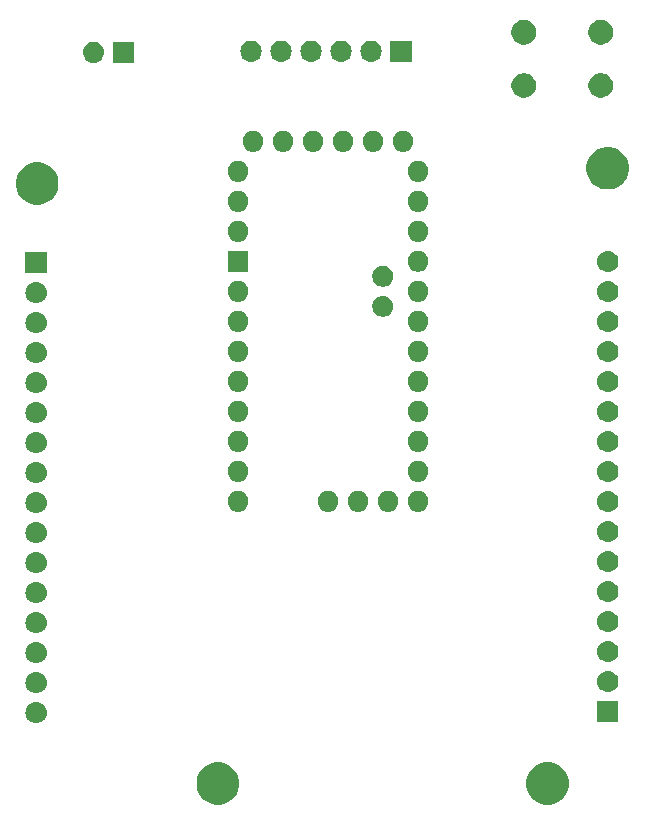
<source format=gbr>
G04 #@! TF.GenerationSoftware,KiCad,Pcbnew,(5.1.4)-1*
G04 #@! TF.CreationDate,2021-05-11T15:13:18+02:00*
G04 #@! TF.ProjectId,proto,70726f74-6f2e-46b6-9963-61645f706362,rev?*
G04 #@! TF.SameCoordinates,Original*
G04 #@! TF.FileFunction,Soldermask,Bot*
G04 #@! TF.FilePolarity,Negative*
%FSLAX46Y46*%
G04 Gerber Fmt 4.6, Leading zero omitted, Abs format (unit mm)*
G04 Created by KiCad (PCBNEW (5.1.4)-1) date 2021-05-11 15:13:18*
%MOMM*%
%LPD*%
G04 APERTURE LIST*
%ADD10C,0.100000*%
G04 APERTURE END LIST*
D10*
G36*
X151425331Y-117368211D02*
G01*
X151753092Y-117503974D01*
X152048070Y-117701072D01*
X152298928Y-117951930D01*
X152496026Y-118246908D01*
X152631789Y-118574669D01*
X152701000Y-118922616D01*
X152701000Y-119277384D01*
X152631789Y-119625331D01*
X152496026Y-119953092D01*
X152298928Y-120248070D01*
X152048070Y-120498928D01*
X151753092Y-120696026D01*
X151425331Y-120831789D01*
X151077384Y-120901000D01*
X150722616Y-120901000D01*
X150374669Y-120831789D01*
X150046908Y-120696026D01*
X149751930Y-120498928D01*
X149501072Y-120248070D01*
X149303974Y-119953092D01*
X149168211Y-119625331D01*
X149099000Y-119277384D01*
X149099000Y-118922616D01*
X149168211Y-118574669D01*
X149303974Y-118246908D01*
X149501072Y-117951930D01*
X149751930Y-117701072D01*
X150046908Y-117503974D01*
X150374669Y-117368211D01*
X150722616Y-117299000D01*
X151077384Y-117299000D01*
X151425331Y-117368211D01*
X151425331Y-117368211D01*
G37*
G36*
X123525331Y-117368211D02*
G01*
X123853092Y-117503974D01*
X124148070Y-117701072D01*
X124398928Y-117951930D01*
X124596026Y-118246908D01*
X124731789Y-118574669D01*
X124801000Y-118922616D01*
X124801000Y-119277384D01*
X124731789Y-119625331D01*
X124596026Y-119953092D01*
X124398928Y-120248070D01*
X124148070Y-120498928D01*
X123853092Y-120696026D01*
X123525331Y-120831789D01*
X123177384Y-120901000D01*
X122822616Y-120901000D01*
X122474669Y-120831789D01*
X122146908Y-120696026D01*
X121851930Y-120498928D01*
X121601072Y-120248070D01*
X121403974Y-119953092D01*
X121268211Y-119625331D01*
X121199000Y-119277384D01*
X121199000Y-118922616D01*
X121268211Y-118574669D01*
X121403974Y-118246908D01*
X121601072Y-117951930D01*
X121851930Y-117701072D01*
X122146908Y-117503974D01*
X122474669Y-117368211D01*
X122822616Y-117299000D01*
X123177384Y-117299000D01*
X123525331Y-117368211D01*
X123525331Y-117368211D01*
G37*
G36*
X107710442Y-112205518D02*
G01*
X107776627Y-112212037D01*
X107946466Y-112263557D01*
X108102991Y-112347222D01*
X108138729Y-112376552D01*
X108240186Y-112459814D01*
X108323448Y-112561271D01*
X108352778Y-112597009D01*
X108436443Y-112753534D01*
X108487963Y-112923373D01*
X108505359Y-113100000D01*
X108487963Y-113276627D01*
X108436443Y-113446466D01*
X108352778Y-113602991D01*
X108323448Y-113638729D01*
X108240186Y-113740186D01*
X108138729Y-113823448D01*
X108102991Y-113852778D01*
X107946466Y-113936443D01*
X107776627Y-113987963D01*
X107710443Y-113994481D01*
X107644260Y-114001000D01*
X107555740Y-114001000D01*
X107489557Y-113994481D01*
X107423373Y-113987963D01*
X107253534Y-113936443D01*
X107097009Y-113852778D01*
X107061271Y-113823448D01*
X106959814Y-113740186D01*
X106876552Y-113638729D01*
X106847222Y-113602991D01*
X106763557Y-113446466D01*
X106712037Y-113276627D01*
X106694641Y-113100000D01*
X106712037Y-112923373D01*
X106763557Y-112753534D01*
X106847222Y-112597009D01*
X106876552Y-112561271D01*
X106959814Y-112459814D01*
X107061271Y-112376552D01*
X107097009Y-112347222D01*
X107253534Y-112263557D01*
X107423373Y-112212037D01*
X107489558Y-112205518D01*
X107555740Y-112199000D01*
X107644260Y-112199000D01*
X107710442Y-112205518D01*
X107710442Y-112205518D01*
G37*
G36*
X156901000Y-113901000D02*
G01*
X155099000Y-113901000D01*
X155099000Y-112099000D01*
X156901000Y-112099000D01*
X156901000Y-113901000D01*
X156901000Y-113901000D01*
G37*
G36*
X107710442Y-109665518D02*
G01*
X107776627Y-109672037D01*
X107946466Y-109723557D01*
X108102991Y-109807222D01*
X108138729Y-109836552D01*
X108240186Y-109919814D01*
X108323448Y-110021271D01*
X108352778Y-110057009D01*
X108436443Y-110213534D01*
X108487963Y-110383373D01*
X108505359Y-110560000D01*
X108487963Y-110736627D01*
X108436443Y-110906466D01*
X108352778Y-111062991D01*
X108323448Y-111098729D01*
X108240186Y-111200186D01*
X108138729Y-111283448D01*
X108102991Y-111312778D01*
X107946466Y-111396443D01*
X107776627Y-111447963D01*
X107710443Y-111454481D01*
X107644260Y-111461000D01*
X107555740Y-111461000D01*
X107489557Y-111454481D01*
X107423373Y-111447963D01*
X107253534Y-111396443D01*
X107097009Y-111312778D01*
X107061271Y-111283448D01*
X106959814Y-111200186D01*
X106876552Y-111098729D01*
X106847222Y-111062991D01*
X106763557Y-110906466D01*
X106712037Y-110736627D01*
X106694641Y-110560000D01*
X106712037Y-110383373D01*
X106763557Y-110213534D01*
X106847222Y-110057009D01*
X106876552Y-110021271D01*
X106959814Y-109919814D01*
X107061271Y-109836552D01*
X107097009Y-109807222D01*
X107253534Y-109723557D01*
X107423373Y-109672037D01*
X107489558Y-109665518D01*
X107555740Y-109659000D01*
X107644260Y-109659000D01*
X107710442Y-109665518D01*
X107710442Y-109665518D01*
G37*
G36*
X156110442Y-109565518D02*
G01*
X156176627Y-109572037D01*
X156346466Y-109623557D01*
X156502991Y-109707222D01*
X156522895Y-109723557D01*
X156640186Y-109819814D01*
X156722253Y-109919814D01*
X156752778Y-109957009D01*
X156836443Y-110113534D01*
X156887963Y-110283373D01*
X156905359Y-110460000D01*
X156887963Y-110636627D01*
X156836443Y-110806466D01*
X156752778Y-110962991D01*
X156723448Y-110998729D01*
X156640186Y-111100186D01*
X156538729Y-111183448D01*
X156502991Y-111212778D01*
X156346466Y-111296443D01*
X156176627Y-111347963D01*
X156110442Y-111354482D01*
X156044260Y-111361000D01*
X155955740Y-111361000D01*
X155889558Y-111354482D01*
X155823373Y-111347963D01*
X155653534Y-111296443D01*
X155497009Y-111212778D01*
X155461271Y-111183448D01*
X155359814Y-111100186D01*
X155276552Y-110998729D01*
X155247222Y-110962991D01*
X155163557Y-110806466D01*
X155112037Y-110636627D01*
X155094641Y-110460000D01*
X155112037Y-110283373D01*
X155163557Y-110113534D01*
X155247222Y-109957009D01*
X155277747Y-109919814D01*
X155359814Y-109819814D01*
X155477105Y-109723557D01*
X155497009Y-109707222D01*
X155653534Y-109623557D01*
X155823373Y-109572037D01*
X155889558Y-109565518D01*
X155955740Y-109559000D01*
X156044260Y-109559000D01*
X156110442Y-109565518D01*
X156110442Y-109565518D01*
G37*
G36*
X107710442Y-107125518D02*
G01*
X107776627Y-107132037D01*
X107946466Y-107183557D01*
X108102991Y-107267222D01*
X108138729Y-107296552D01*
X108240186Y-107379814D01*
X108323448Y-107481271D01*
X108352778Y-107517009D01*
X108436443Y-107673534D01*
X108487963Y-107843373D01*
X108505359Y-108020000D01*
X108487963Y-108196627D01*
X108436443Y-108366466D01*
X108352778Y-108522991D01*
X108323448Y-108558729D01*
X108240186Y-108660186D01*
X108138729Y-108743448D01*
X108102991Y-108772778D01*
X107946466Y-108856443D01*
X107776627Y-108907963D01*
X107710442Y-108914482D01*
X107644260Y-108921000D01*
X107555740Y-108921000D01*
X107489558Y-108914482D01*
X107423373Y-108907963D01*
X107253534Y-108856443D01*
X107097009Y-108772778D01*
X107061271Y-108743448D01*
X106959814Y-108660186D01*
X106876552Y-108558729D01*
X106847222Y-108522991D01*
X106763557Y-108366466D01*
X106712037Y-108196627D01*
X106694641Y-108020000D01*
X106712037Y-107843373D01*
X106763557Y-107673534D01*
X106847222Y-107517009D01*
X106876552Y-107481271D01*
X106959814Y-107379814D01*
X107061271Y-107296552D01*
X107097009Y-107267222D01*
X107253534Y-107183557D01*
X107423373Y-107132037D01*
X107489558Y-107125518D01*
X107555740Y-107119000D01*
X107644260Y-107119000D01*
X107710442Y-107125518D01*
X107710442Y-107125518D01*
G37*
G36*
X156110443Y-107025519D02*
G01*
X156176627Y-107032037D01*
X156346466Y-107083557D01*
X156502991Y-107167222D01*
X156522895Y-107183557D01*
X156640186Y-107279814D01*
X156722253Y-107379814D01*
X156752778Y-107417009D01*
X156836443Y-107573534D01*
X156887963Y-107743373D01*
X156905359Y-107920000D01*
X156887963Y-108096627D01*
X156836443Y-108266466D01*
X156752778Y-108422991D01*
X156723448Y-108458729D01*
X156640186Y-108560186D01*
X156538729Y-108643448D01*
X156502991Y-108672778D01*
X156346466Y-108756443D01*
X156176627Y-108807963D01*
X156110442Y-108814482D01*
X156044260Y-108821000D01*
X155955740Y-108821000D01*
X155889558Y-108814482D01*
X155823373Y-108807963D01*
X155653534Y-108756443D01*
X155497009Y-108672778D01*
X155461271Y-108643448D01*
X155359814Y-108560186D01*
X155276552Y-108458729D01*
X155247222Y-108422991D01*
X155163557Y-108266466D01*
X155112037Y-108096627D01*
X155094641Y-107920000D01*
X155112037Y-107743373D01*
X155163557Y-107573534D01*
X155247222Y-107417009D01*
X155277747Y-107379814D01*
X155359814Y-107279814D01*
X155477105Y-107183557D01*
X155497009Y-107167222D01*
X155653534Y-107083557D01*
X155823373Y-107032037D01*
X155889557Y-107025519D01*
X155955740Y-107019000D01*
X156044260Y-107019000D01*
X156110443Y-107025519D01*
X156110443Y-107025519D01*
G37*
G36*
X107710443Y-104585519D02*
G01*
X107776627Y-104592037D01*
X107946466Y-104643557D01*
X108102991Y-104727222D01*
X108138729Y-104756552D01*
X108240186Y-104839814D01*
X108323448Y-104941271D01*
X108352778Y-104977009D01*
X108436443Y-105133534D01*
X108487963Y-105303373D01*
X108505359Y-105480000D01*
X108487963Y-105656627D01*
X108436443Y-105826466D01*
X108352778Y-105982991D01*
X108323448Y-106018729D01*
X108240186Y-106120186D01*
X108138729Y-106203448D01*
X108102991Y-106232778D01*
X107946466Y-106316443D01*
X107776627Y-106367963D01*
X107710442Y-106374482D01*
X107644260Y-106381000D01*
X107555740Y-106381000D01*
X107489558Y-106374482D01*
X107423373Y-106367963D01*
X107253534Y-106316443D01*
X107097009Y-106232778D01*
X107061271Y-106203448D01*
X106959814Y-106120186D01*
X106876552Y-106018729D01*
X106847222Y-105982991D01*
X106763557Y-105826466D01*
X106712037Y-105656627D01*
X106694641Y-105480000D01*
X106712037Y-105303373D01*
X106763557Y-105133534D01*
X106847222Y-104977009D01*
X106876552Y-104941271D01*
X106959814Y-104839814D01*
X107061271Y-104756552D01*
X107097009Y-104727222D01*
X107253534Y-104643557D01*
X107423373Y-104592037D01*
X107489557Y-104585519D01*
X107555740Y-104579000D01*
X107644260Y-104579000D01*
X107710443Y-104585519D01*
X107710443Y-104585519D01*
G37*
G36*
X156110443Y-104485519D02*
G01*
X156176627Y-104492037D01*
X156346466Y-104543557D01*
X156502991Y-104627222D01*
X156522895Y-104643557D01*
X156640186Y-104739814D01*
X156722253Y-104839814D01*
X156752778Y-104877009D01*
X156836443Y-105033534D01*
X156887963Y-105203373D01*
X156905359Y-105380000D01*
X156887963Y-105556627D01*
X156836443Y-105726466D01*
X156752778Y-105882991D01*
X156723448Y-105918729D01*
X156640186Y-106020186D01*
X156538729Y-106103448D01*
X156502991Y-106132778D01*
X156346466Y-106216443D01*
X156176627Y-106267963D01*
X156110442Y-106274482D01*
X156044260Y-106281000D01*
X155955740Y-106281000D01*
X155889558Y-106274482D01*
X155823373Y-106267963D01*
X155653534Y-106216443D01*
X155497009Y-106132778D01*
X155461271Y-106103448D01*
X155359814Y-106020186D01*
X155276552Y-105918729D01*
X155247222Y-105882991D01*
X155163557Y-105726466D01*
X155112037Y-105556627D01*
X155094641Y-105380000D01*
X155112037Y-105203373D01*
X155163557Y-105033534D01*
X155247222Y-104877009D01*
X155277747Y-104839814D01*
X155359814Y-104739814D01*
X155477105Y-104643557D01*
X155497009Y-104627222D01*
X155653534Y-104543557D01*
X155823373Y-104492037D01*
X155889557Y-104485519D01*
X155955740Y-104479000D01*
X156044260Y-104479000D01*
X156110443Y-104485519D01*
X156110443Y-104485519D01*
G37*
G36*
X107710443Y-102045519D02*
G01*
X107776627Y-102052037D01*
X107946466Y-102103557D01*
X108102991Y-102187222D01*
X108138729Y-102216552D01*
X108240186Y-102299814D01*
X108323448Y-102401271D01*
X108352778Y-102437009D01*
X108436443Y-102593534D01*
X108487963Y-102763373D01*
X108505359Y-102940000D01*
X108487963Y-103116627D01*
X108436443Y-103286466D01*
X108352778Y-103442991D01*
X108323448Y-103478729D01*
X108240186Y-103580186D01*
X108138729Y-103663448D01*
X108102991Y-103692778D01*
X107946466Y-103776443D01*
X107776627Y-103827963D01*
X107710443Y-103834481D01*
X107644260Y-103841000D01*
X107555740Y-103841000D01*
X107489558Y-103834482D01*
X107423373Y-103827963D01*
X107253534Y-103776443D01*
X107097009Y-103692778D01*
X107061271Y-103663448D01*
X106959814Y-103580186D01*
X106876552Y-103478729D01*
X106847222Y-103442991D01*
X106763557Y-103286466D01*
X106712037Y-103116627D01*
X106694641Y-102940000D01*
X106712037Y-102763373D01*
X106763557Y-102593534D01*
X106847222Y-102437009D01*
X106876552Y-102401271D01*
X106959814Y-102299814D01*
X107061271Y-102216552D01*
X107097009Y-102187222D01*
X107253534Y-102103557D01*
X107423373Y-102052037D01*
X107489558Y-102045518D01*
X107555740Y-102039000D01*
X107644260Y-102039000D01*
X107710443Y-102045519D01*
X107710443Y-102045519D01*
G37*
G36*
X156110443Y-101945519D02*
G01*
X156176627Y-101952037D01*
X156346466Y-102003557D01*
X156502991Y-102087222D01*
X156522895Y-102103557D01*
X156640186Y-102199814D01*
X156722253Y-102299814D01*
X156752778Y-102337009D01*
X156836443Y-102493534D01*
X156887963Y-102663373D01*
X156905359Y-102840000D01*
X156887963Y-103016627D01*
X156836443Y-103186466D01*
X156752778Y-103342991D01*
X156723448Y-103378729D01*
X156640186Y-103480186D01*
X156538729Y-103563448D01*
X156502991Y-103592778D01*
X156346466Y-103676443D01*
X156176627Y-103727963D01*
X156110442Y-103734482D01*
X156044260Y-103741000D01*
X155955740Y-103741000D01*
X155889557Y-103734481D01*
X155823373Y-103727963D01*
X155653534Y-103676443D01*
X155497009Y-103592778D01*
X155461271Y-103563448D01*
X155359814Y-103480186D01*
X155276552Y-103378729D01*
X155247222Y-103342991D01*
X155163557Y-103186466D01*
X155112037Y-103016627D01*
X155094641Y-102840000D01*
X155112037Y-102663373D01*
X155163557Y-102493534D01*
X155247222Y-102337009D01*
X155277747Y-102299814D01*
X155359814Y-102199814D01*
X155477105Y-102103557D01*
X155497009Y-102087222D01*
X155653534Y-102003557D01*
X155823373Y-101952037D01*
X155889557Y-101945519D01*
X155955740Y-101939000D01*
X156044260Y-101939000D01*
X156110443Y-101945519D01*
X156110443Y-101945519D01*
G37*
G36*
X107710443Y-99505519D02*
G01*
X107776627Y-99512037D01*
X107946466Y-99563557D01*
X108102991Y-99647222D01*
X108138729Y-99676552D01*
X108240186Y-99759814D01*
X108323448Y-99861271D01*
X108352778Y-99897009D01*
X108436443Y-100053534D01*
X108487963Y-100223373D01*
X108505359Y-100400000D01*
X108487963Y-100576627D01*
X108436443Y-100746466D01*
X108352778Y-100902991D01*
X108323448Y-100938729D01*
X108240186Y-101040186D01*
X108138729Y-101123448D01*
X108102991Y-101152778D01*
X107946466Y-101236443D01*
X107776627Y-101287963D01*
X107710442Y-101294482D01*
X107644260Y-101301000D01*
X107555740Y-101301000D01*
X107489557Y-101294481D01*
X107423373Y-101287963D01*
X107253534Y-101236443D01*
X107097009Y-101152778D01*
X107061271Y-101123448D01*
X106959814Y-101040186D01*
X106876552Y-100938729D01*
X106847222Y-100902991D01*
X106763557Y-100746466D01*
X106712037Y-100576627D01*
X106694641Y-100400000D01*
X106712037Y-100223373D01*
X106763557Y-100053534D01*
X106847222Y-99897009D01*
X106876552Y-99861271D01*
X106959814Y-99759814D01*
X107061271Y-99676552D01*
X107097009Y-99647222D01*
X107253534Y-99563557D01*
X107423373Y-99512037D01*
X107489558Y-99505518D01*
X107555740Y-99499000D01*
X107644260Y-99499000D01*
X107710443Y-99505519D01*
X107710443Y-99505519D01*
G37*
G36*
X156110442Y-99405518D02*
G01*
X156176627Y-99412037D01*
X156346466Y-99463557D01*
X156502991Y-99547222D01*
X156522895Y-99563557D01*
X156640186Y-99659814D01*
X156722253Y-99759814D01*
X156752778Y-99797009D01*
X156836443Y-99953534D01*
X156887963Y-100123373D01*
X156905359Y-100300000D01*
X156887963Y-100476627D01*
X156836443Y-100646466D01*
X156752778Y-100802991D01*
X156723448Y-100838729D01*
X156640186Y-100940186D01*
X156538729Y-101023448D01*
X156502991Y-101052778D01*
X156346466Y-101136443D01*
X156176627Y-101187963D01*
X156110443Y-101194481D01*
X156044260Y-101201000D01*
X155955740Y-101201000D01*
X155889558Y-101194482D01*
X155823373Y-101187963D01*
X155653534Y-101136443D01*
X155497009Y-101052778D01*
X155461271Y-101023448D01*
X155359814Y-100940186D01*
X155276552Y-100838729D01*
X155247222Y-100802991D01*
X155163557Y-100646466D01*
X155112037Y-100476627D01*
X155094641Y-100300000D01*
X155112037Y-100123373D01*
X155163557Y-99953534D01*
X155247222Y-99797009D01*
X155277747Y-99759814D01*
X155359814Y-99659814D01*
X155477105Y-99563557D01*
X155497009Y-99547222D01*
X155653534Y-99463557D01*
X155823373Y-99412037D01*
X155889557Y-99405519D01*
X155955740Y-99399000D01*
X156044260Y-99399000D01*
X156110442Y-99405518D01*
X156110442Y-99405518D01*
G37*
G36*
X107710442Y-96965518D02*
G01*
X107776627Y-96972037D01*
X107946466Y-97023557D01*
X108102991Y-97107222D01*
X108138729Y-97136552D01*
X108240186Y-97219814D01*
X108323448Y-97321271D01*
X108352778Y-97357009D01*
X108436443Y-97513534D01*
X108487963Y-97683373D01*
X108505359Y-97860000D01*
X108487963Y-98036627D01*
X108436443Y-98206466D01*
X108352778Y-98362991D01*
X108323448Y-98398729D01*
X108240186Y-98500186D01*
X108138729Y-98583448D01*
X108102991Y-98612778D01*
X107946466Y-98696443D01*
X107776627Y-98747963D01*
X107710443Y-98754481D01*
X107644260Y-98761000D01*
X107555740Y-98761000D01*
X107489558Y-98754482D01*
X107423373Y-98747963D01*
X107253534Y-98696443D01*
X107097009Y-98612778D01*
X107061271Y-98583448D01*
X106959814Y-98500186D01*
X106876552Y-98398729D01*
X106847222Y-98362991D01*
X106763557Y-98206466D01*
X106712037Y-98036627D01*
X106694641Y-97860000D01*
X106712037Y-97683373D01*
X106763557Y-97513534D01*
X106847222Y-97357009D01*
X106876552Y-97321271D01*
X106959814Y-97219814D01*
X107061271Y-97136552D01*
X107097009Y-97107222D01*
X107253534Y-97023557D01*
X107423373Y-96972037D01*
X107489557Y-96965519D01*
X107555740Y-96959000D01*
X107644260Y-96959000D01*
X107710442Y-96965518D01*
X107710442Y-96965518D01*
G37*
G36*
X156110443Y-96865519D02*
G01*
X156176627Y-96872037D01*
X156346466Y-96923557D01*
X156502991Y-97007222D01*
X156522895Y-97023557D01*
X156640186Y-97119814D01*
X156722253Y-97219814D01*
X156752778Y-97257009D01*
X156836443Y-97413534D01*
X156887963Y-97583373D01*
X156905359Y-97760000D01*
X156887963Y-97936627D01*
X156836443Y-98106466D01*
X156752778Y-98262991D01*
X156723448Y-98298729D01*
X156640186Y-98400186D01*
X156538729Y-98483448D01*
X156502991Y-98512778D01*
X156346466Y-98596443D01*
X156176627Y-98647963D01*
X156110442Y-98654482D01*
X156044260Y-98661000D01*
X155955740Y-98661000D01*
X155889558Y-98654482D01*
X155823373Y-98647963D01*
X155653534Y-98596443D01*
X155497009Y-98512778D01*
X155461271Y-98483448D01*
X155359814Y-98400186D01*
X155276552Y-98298729D01*
X155247222Y-98262991D01*
X155163557Y-98106466D01*
X155112037Y-97936627D01*
X155094641Y-97760000D01*
X155112037Y-97583373D01*
X155163557Y-97413534D01*
X155247222Y-97257009D01*
X155277747Y-97219814D01*
X155359814Y-97119814D01*
X155477105Y-97023557D01*
X155497009Y-97007222D01*
X155653534Y-96923557D01*
X155823373Y-96872037D01*
X155889558Y-96865518D01*
X155955740Y-96859000D01*
X156044260Y-96859000D01*
X156110443Y-96865519D01*
X156110443Y-96865519D01*
G37*
G36*
X107710443Y-94425519D02*
G01*
X107776627Y-94432037D01*
X107946466Y-94483557D01*
X108102991Y-94567222D01*
X108138729Y-94596552D01*
X108240186Y-94679814D01*
X108323448Y-94781271D01*
X108352778Y-94817009D01*
X108436443Y-94973534D01*
X108487963Y-95143373D01*
X108505359Y-95320000D01*
X108487963Y-95496627D01*
X108436443Y-95666466D01*
X108352778Y-95822991D01*
X108323448Y-95858729D01*
X108240186Y-95960186D01*
X108138729Y-96043448D01*
X108102991Y-96072778D01*
X107946466Y-96156443D01*
X107776627Y-96207963D01*
X107710442Y-96214482D01*
X107644260Y-96221000D01*
X107555740Y-96221000D01*
X107489557Y-96214481D01*
X107423373Y-96207963D01*
X107253534Y-96156443D01*
X107097009Y-96072778D01*
X107061271Y-96043448D01*
X106959814Y-95960186D01*
X106876552Y-95858729D01*
X106847222Y-95822991D01*
X106763557Y-95666466D01*
X106712037Y-95496627D01*
X106694641Y-95320000D01*
X106712037Y-95143373D01*
X106763557Y-94973534D01*
X106847222Y-94817009D01*
X106876552Y-94781271D01*
X106959814Y-94679814D01*
X107061271Y-94596552D01*
X107097009Y-94567222D01*
X107253534Y-94483557D01*
X107423373Y-94432037D01*
X107489557Y-94425519D01*
X107555740Y-94419000D01*
X107644260Y-94419000D01*
X107710443Y-94425519D01*
X107710443Y-94425519D01*
G37*
G36*
X156110442Y-94325518D02*
G01*
X156176627Y-94332037D01*
X156346466Y-94383557D01*
X156502991Y-94467222D01*
X156522895Y-94483557D01*
X156640186Y-94579814D01*
X156703367Y-94656802D01*
X156752778Y-94717009D01*
X156836443Y-94873534D01*
X156887963Y-95043373D01*
X156905359Y-95220000D01*
X156887963Y-95396627D01*
X156836443Y-95566466D01*
X156752778Y-95722991D01*
X156723448Y-95758729D01*
X156640186Y-95860186D01*
X156538729Y-95943448D01*
X156502991Y-95972778D01*
X156346466Y-96056443D01*
X156176627Y-96107963D01*
X156110443Y-96114481D01*
X156044260Y-96121000D01*
X155955740Y-96121000D01*
X155889557Y-96114481D01*
X155823373Y-96107963D01*
X155653534Y-96056443D01*
X155497009Y-95972778D01*
X155461271Y-95943448D01*
X155359814Y-95860186D01*
X155276552Y-95758729D01*
X155247222Y-95722991D01*
X155163557Y-95566466D01*
X155112037Y-95396627D01*
X155094641Y-95220000D01*
X155112037Y-95043373D01*
X155163557Y-94873534D01*
X155247222Y-94717009D01*
X155296633Y-94656802D01*
X155359814Y-94579814D01*
X155477105Y-94483557D01*
X155497009Y-94467222D01*
X155653534Y-94383557D01*
X155823373Y-94332037D01*
X155889558Y-94325518D01*
X155955740Y-94319000D01*
X156044260Y-94319000D01*
X156110442Y-94325518D01*
X156110442Y-94325518D01*
G37*
G36*
X140140810Y-94359135D02*
G01*
X140197707Y-94370452D01*
X140358494Y-94437052D01*
X140358496Y-94437053D01*
X140503196Y-94533738D01*
X140626262Y-94656804D01*
X140722947Y-94801504D01*
X140722948Y-94801506D01*
X140789548Y-94962293D01*
X140791784Y-94973534D01*
X140823500Y-95132981D01*
X140823500Y-95307019D01*
X140789548Y-95477706D01*
X140722947Y-95638496D01*
X140626262Y-95783196D01*
X140503196Y-95906262D01*
X140358496Y-96002947D01*
X140358495Y-96002948D01*
X140358494Y-96002948D01*
X140197707Y-96069548D01*
X140181463Y-96072779D01*
X140027019Y-96103500D01*
X139852981Y-96103500D01*
X139698537Y-96072779D01*
X139682293Y-96069548D01*
X139521506Y-96002948D01*
X139521505Y-96002948D01*
X139521504Y-96002947D01*
X139376804Y-95906262D01*
X139253738Y-95783196D01*
X139157053Y-95638496D01*
X139090452Y-95477706D01*
X139056500Y-95307019D01*
X139056500Y-95132981D01*
X139088216Y-94973534D01*
X139090452Y-94962293D01*
X139157052Y-94801506D01*
X139157053Y-94801504D01*
X139253738Y-94656804D01*
X139376804Y-94533738D01*
X139521504Y-94437053D01*
X139521506Y-94437052D01*
X139682293Y-94370452D01*
X139739190Y-94359135D01*
X139852981Y-94336500D01*
X140027019Y-94336500D01*
X140140810Y-94359135D01*
X140140810Y-94359135D01*
G37*
G36*
X137600810Y-94359135D02*
G01*
X137657707Y-94370452D01*
X137818494Y-94437052D01*
X137818496Y-94437053D01*
X137963196Y-94533738D01*
X138086262Y-94656804D01*
X138182947Y-94801504D01*
X138182948Y-94801506D01*
X138249548Y-94962293D01*
X138251784Y-94973534D01*
X138283500Y-95132981D01*
X138283500Y-95307019D01*
X138249548Y-95477706D01*
X138182947Y-95638496D01*
X138086262Y-95783196D01*
X137963196Y-95906262D01*
X137818496Y-96002947D01*
X137818495Y-96002948D01*
X137818494Y-96002948D01*
X137657707Y-96069548D01*
X137641463Y-96072779D01*
X137487019Y-96103500D01*
X137312981Y-96103500D01*
X137158537Y-96072779D01*
X137142293Y-96069548D01*
X136981506Y-96002948D01*
X136981505Y-96002948D01*
X136981504Y-96002947D01*
X136836804Y-95906262D01*
X136713738Y-95783196D01*
X136617053Y-95638496D01*
X136550452Y-95477706D01*
X136516500Y-95307019D01*
X136516500Y-95132981D01*
X136548216Y-94973534D01*
X136550452Y-94962293D01*
X136617052Y-94801506D01*
X136617053Y-94801504D01*
X136713738Y-94656804D01*
X136836804Y-94533738D01*
X136981504Y-94437053D01*
X136981506Y-94437052D01*
X137142293Y-94370452D01*
X137199190Y-94359135D01*
X137312981Y-94336500D01*
X137487019Y-94336500D01*
X137600810Y-94359135D01*
X137600810Y-94359135D01*
G37*
G36*
X132520810Y-94359135D02*
G01*
X132577707Y-94370452D01*
X132738494Y-94437052D01*
X132738496Y-94437053D01*
X132883196Y-94533738D01*
X133006262Y-94656804D01*
X133102947Y-94801504D01*
X133102948Y-94801506D01*
X133169548Y-94962293D01*
X133171784Y-94973534D01*
X133203500Y-95132981D01*
X133203500Y-95307019D01*
X133169548Y-95477706D01*
X133102947Y-95638496D01*
X133006262Y-95783196D01*
X132883196Y-95906262D01*
X132738496Y-96002947D01*
X132738495Y-96002948D01*
X132738494Y-96002948D01*
X132577707Y-96069548D01*
X132561463Y-96072779D01*
X132407019Y-96103500D01*
X132232981Y-96103500D01*
X132078537Y-96072779D01*
X132062293Y-96069548D01*
X131901506Y-96002948D01*
X131901505Y-96002948D01*
X131901504Y-96002947D01*
X131756804Y-95906262D01*
X131633738Y-95783196D01*
X131537053Y-95638496D01*
X131470452Y-95477706D01*
X131436500Y-95307019D01*
X131436500Y-95132981D01*
X131468216Y-94973534D01*
X131470452Y-94962293D01*
X131537052Y-94801506D01*
X131537053Y-94801504D01*
X131633738Y-94656804D01*
X131756804Y-94533738D01*
X131901504Y-94437053D01*
X131901506Y-94437052D01*
X132062293Y-94370452D01*
X132119190Y-94359135D01*
X132232981Y-94336500D01*
X132407019Y-94336500D01*
X132520810Y-94359135D01*
X132520810Y-94359135D01*
G37*
G36*
X124900810Y-94359135D02*
G01*
X124957707Y-94370452D01*
X125118494Y-94437052D01*
X125118496Y-94437053D01*
X125263196Y-94533738D01*
X125386262Y-94656804D01*
X125482947Y-94801504D01*
X125482948Y-94801506D01*
X125549548Y-94962293D01*
X125551784Y-94973534D01*
X125583500Y-95132981D01*
X125583500Y-95307019D01*
X125549548Y-95477706D01*
X125482947Y-95638496D01*
X125386262Y-95783196D01*
X125263196Y-95906262D01*
X125118496Y-96002947D01*
X125118495Y-96002948D01*
X125118494Y-96002948D01*
X124957707Y-96069548D01*
X124941463Y-96072779D01*
X124787019Y-96103500D01*
X124612981Y-96103500D01*
X124458537Y-96072779D01*
X124442293Y-96069548D01*
X124281506Y-96002948D01*
X124281505Y-96002948D01*
X124281504Y-96002947D01*
X124136804Y-95906262D01*
X124013738Y-95783196D01*
X123917053Y-95638496D01*
X123850452Y-95477706D01*
X123816500Y-95307019D01*
X123816500Y-95132981D01*
X123848216Y-94973534D01*
X123850452Y-94962293D01*
X123917052Y-94801506D01*
X123917053Y-94801504D01*
X124013738Y-94656804D01*
X124136804Y-94533738D01*
X124281504Y-94437053D01*
X124281506Y-94437052D01*
X124442293Y-94370452D01*
X124499190Y-94359135D01*
X124612981Y-94336500D01*
X124787019Y-94336500D01*
X124900810Y-94359135D01*
X124900810Y-94359135D01*
G37*
G36*
X135060810Y-94359135D02*
G01*
X135117707Y-94370452D01*
X135278494Y-94437052D01*
X135278496Y-94437053D01*
X135423196Y-94533738D01*
X135546262Y-94656804D01*
X135642947Y-94801504D01*
X135642948Y-94801506D01*
X135709548Y-94962293D01*
X135711784Y-94973534D01*
X135743500Y-95132981D01*
X135743500Y-95307019D01*
X135709548Y-95477706D01*
X135642947Y-95638496D01*
X135546262Y-95783196D01*
X135423196Y-95906262D01*
X135278496Y-96002947D01*
X135278495Y-96002948D01*
X135278494Y-96002948D01*
X135117707Y-96069548D01*
X135101463Y-96072779D01*
X134947019Y-96103500D01*
X134772981Y-96103500D01*
X134618537Y-96072779D01*
X134602293Y-96069548D01*
X134441506Y-96002948D01*
X134441505Y-96002948D01*
X134441504Y-96002947D01*
X134296804Y-95906262D01*
X134173738Y-95783196D01*
X134077053Y-95638496D01*
X134010452Y-95477706D01*
X133976500Y-95307019D01*
X133976500Y-95132981D01*
X134008216Y-94973534D01*
X134010452Y-94962293D01*
X134077052Y-94801506D01*
X134077053Y-94801504D01*
X134173738Y-94656804D01*
X134296804Y-94533738D01*
X134441504Y-94437053D01*
X134441506Y-94437052D01*
X134602293Y-94370452D01*
X134659190Y-94359135D01*
X134772981Y-94336500D01*
X134947019Y-94336500D01*
X135060810Y-94359135D01*
X135060810Y-94359135D01*
G37*
G36*
X107710443Y-91885519D02*
G01*
X107776627Y-91892037D01*
X107946466Y-91943557D01*
X108102991Y-92027222D01*
X108138729Y-92056552D01*
X108240186Y-92139814D01*
X108323448Y-92241271D01*
X108352778Y-92277009D01*
X108436443Y-92433534D01*
X108487963Y-92603373D01*
X108505359Y-92780000D01*
X108487963Y-92956627D01*
X108436443Y-93126466D01*
X108352778Y-93282991D01*
X108323448Y-93318729D01*
X108240186Y-93420186D01*
X108138729Y-93503448D01*
X108102991Y-93532778D01*
X107946466Y-93616443D01*
X107776627Y-93667963D01*
X107710443Y-93674481D01*
X107644260Y-93681000D01*
X107555740Y-93681000D01*
X107489557Y-93674481D01*
X107423373Y-93667963D01*
X107253534Y-93616443D01*
X107097009Y-93532778D01*
X107061271Y-93503448D01*
X106959814Y-93420186D01*
X106876552Y-93318729D01*
X106847222Y-93282991D01*
X106763557Y-93126466D01*
X106712037Y-92956627D01*
X106694641Y-92780000D01*
X106712037Y-92603373D01*
X106763557Y-92433534D01*
X106847222Y-92277009D01*
X106876552Y-92241271D01*
X106959814Y-92139814D01*
X107061271Y-92056552D01*
X107097009Y-92027222D01*
X107253534Y-91943557D01*
X107423373Y-91892037D01*
X107489557Y-91885519D01*
X107555740Y-91879000D01*
X107644260Y-91879000D01*
X107710443Y-91885519D01*
X107710443Y-91885519D01*
G37*
G36*
X156110443Y-91785519D02*
G01*
X156176627Y-91792037D01*
X156346466Y-91843557D01*
X156502991Y-91927222D01*
X156522895Y-91943557D01*
X156640186Y-92039814D01*
X156703367Y-92116802D01*
X156752778Y-92177009D01*
X156836443Y-92333534D01*
X156887963Y-92503373D01*
X156905359Y-92680000D01*
X156887963Y-92856627D01*
X156836443Y-93026466D01*
X156752778Y-93182991D01*
X156723448Y-93218729D01*
X156640186Y-93320186D01*
X156538729Y-93403448D01*
X156502991Y-93432778D01*
X156346466Y-93516443D01*
X156176627Y-93567963D01*
X156110443Y-93574481D01*
X156044260Y-93581000D01*
X155955740Y-93581000D01*
X155889557Y-93574481D01*
X155823373Y-93567963D01*
X155653534Y-93516443D01*
X155497009Y-93432778D01*
X155461271Y-93403448D01*
X155359814Y-93320186D01*
X155276552Y-93218729D01*
X155247222Y-93182991D01*
X155163557Y-93026466D01*
X155112037Y-92856627D01*
X155094641Y-92680000D01*
X155112037Y-92503373D01*
X155163557Y-92333534D01*
X155247222Y-92177009D01*
X155296633Y-92116802D01*
X155359814Y-92039814D01*
X155477105Y-91943557D01*
X155497009Y-91927222D01*
X155653534Y-91843557D01*
X155823373Y-91792037D01*
X155889558Y-91785518D01*
X155955740Y-91779000D01*
X156044260Y-91779000D01*
X156110443Y-91785519D01*
X156110443Y-91785519D01*
G37*
G36*
X124900810Y-91819135D02*
G01*
X124957707Y-91830452D01*
X125118494Y-91897052D01*
X125118496Y-91897053D01*
X125263196Y-91993738D01*
X125386262Y-92116804D01*
X125482947Y-92261504D01*
X125482948Y-92261506D01*
X125549548Y-92422293D01*
X125551784Y-92433534D01*
X125583500Y-92592981D01*
X125583500Y-92767019D01*
X125549548Y-92937706D01*
X125482947Y-93098496D01*
X125386262Y-93243196D01*
X125263196Y-93366262D01*
X125118496Y-93462947D01*
X125118495Y-93462948D01*
X125118494Y-93462948D01*
X124957707Y-93529548D01*
X124941463Y-93532779D01*
X124787019Y-93563500D01*
X124612981Y-93563500D01*
X124458537Y-93532779D01*
X124442293Y-93529548D01*
X124281506Y-93462948D01*
X124281505Y-93462948D01*
X124281504Y-93462947D01*
X124136804Y-93366262D01*
X124013738Y-93243196D01*
X123917053Y-93098496D01*
X123850452Y-92937706D01*
X123816500Y-92767019D01*
X123816500Y-92592981D01*
X123848216Y-92433534D01*
X123850452Y-92422293D01*
X123917052Y-92261506D01*
X123917053Y-92261504D01*
X124013738Y-92116804D01*
X124136804Y-91993738D01*
X124281504Y-91897053D01*
X124281506Y-91897052D01*
X124442293Y-91830452D01*
X124499190Y-91819135D01*
X124612981Y-91796500D01*
X124787019Y-91796500D01*
X124900810Y-91819135D01*
X124900810Y-91819135D01*
G37*
G36*
X140140810Y-91819135D02*
G01*
X140197707Y-91830452D01*
X140358494Y-91897052D01*
X140358496Y-91897053D01*
X140503196Y-91993738D01*
X140626262Y-92116804D01*
X140722947Y-92261504D01*
X140722948Y-92261506D01*
X140789548Y-92422293D01*
X140791784Y-92433534D01*
X140823500Y-92592981D01*
X140823500Y-92767019D01*
X140789548Y-92937706D01*
X140722947Y-93098496D01*
X140626262Y-93243196D01*
X140503196Y-93366262D01*
X140358496Y-93462947D01*
X140358495Y-93462948D01*
X140358494Y-93462948D01*
X140197707Y-93529548D01*
X140181463Y-93532779D01*
X140027019Y-93563500D01*
X139852981Y-93563500D01*
X139698537Y-93532779D01*
X139682293Y-93529548D01*
X139521506Y-93462948D01*
X139521505Y-93462948D01*
X139521504Y-93462947D01*
X139376804Y-93366262D01*
X139253738Y-93243196D01*
X139157053Y-93098496D01*
X139090452Y-92937706D01*
X139056500Y-92767019D01*
X139056500Y-92592981D01*
X139088216Y-92433534D01*
X139090452Y-92422293D01*
X139157052Y-92261506D01*
X139157053Y-92261504D01*
X139253738Y-92116804D01*
X139376804Y-91993738D01*
X139521504Y-91897053D01*
X139521506Y-91897052D01*
X139682293Y-91830452D01*
X139739190Y-91819135D01*
X139852981Y-91796500D01*
X140027019Y-91796500D01*
X140140810Y-91819135D01*
X140140810Y-91819135D01*
G37*
G36*
X107710443Y-89345519D02*
G01*
X107776627Y-89352037D01*
X107946466Y-89403557D01*
X108102991Y-89487222D01*
X108138729Y-89516552D01*
X108240186Y-89599814D01*
X108323448Y-89701271D01*
X108352778Y-89737009D01*
X108436443Y-89893534D01*
X108487963Y-90063373D01*
X108505359Y-90240000D01*
X108487963Y-90416627D01*
X108436443Y-90586466D01*
X108352778Y-90742991D01*
X108323448Y-90778729D01*
X108240186Y-90880186D01*
X108138729Y-90963448D01*
X108102991Y-90992778D01*
X107946466Y-91076443D01*
X107776627Y-91127963D01*
X107710443Y-91134481D01*
X107644260Y-91141000D01*
X107555740Y-91141000D01*
X107489557Y-91134481D01*
X107423373Y-91127963D01*
X107253534Y-91076443D01*
X107097009Y-90992778D01*
X107061271Y-90963448D01*
X106959814Y-90880186D01*
X106876552Y-90778729D01*
X106847222Y-90742991D01*
X106763557Y-90586466D01*
X106712037Y-90416627D01*
X106694641Y-90240000D01*
X106712037Y-90063373D01*
X106763557Y-89893534D01*
X106847222Y-89737009D01*
X106876552Y-89701271D01*
X106959814Y-89599814D01*
X107061271Y-89516552D01*
X107097009Y-89487222D01*
X107253534Y-89403557D01*
X107423373Y-89352037D01*
X107489557Y-89345519D01*
X107555740Y-89339000D01*
X107644260Y-89339000D01*
X107710443Y-89345519D01*
X107710443Y-89345519D01*
G37*
G36*
X156110442Y-89245518D02*
G01*
X156176627Y-89252037D01*
X156346466Y-89303557D01*
X156502991Y-89387222D01*
X156522895Y-89403557D01*
X156640186Y-89499814D01*
X156703367Y-89576802D01*
X156752778Y-89637009D01*
X156836443Y-89793534D01*
X156887963Y-89963373D01*
X156905359Y-90140000D01*
X156887963Y-90316627D01*
X156836443Y-90486466D01*
X156752778Y-90642991D01*
X156723448Y-90678729D01*
X156640186Y-90780186D01*
X156538729Y-90863448D01*
X156502991Y-90892778D01*
X156346466Y-90976443D01*
X156176627Y-91027963D01*
X156110442Y-91034482D01*
X156044260Y-91041000D01*
X155955740Y-91041000D01*
X155889558Y-91034482D01*
X155823373Y-91027963D01*
X155653534Y-90976443D01*
X155497009Y-90892778D01*
X155461271Y-90863448D01*
X155359814Y-90780186D01*
X155276552Y-90678729D01*
X155247222Y-90642991D01*
X155163557Y-90486466D01*
X155112037Y-90316627D01*
X155094641Y-90140000D01*
X155112037Y-89963373D01*
X155163557Y-89793534D01*
X155247222Y-89637009D01*
X155296633Y-89576802D01*
X155359814Y-89499814D01*
X155477105Y-89403557D01*
X155497009Y-89387222D01*
X155653534Y-89303557D01*
X155823373Y-89252037D01*
X155889558Y-89245518D01*
X155955740Y-89239000D01*
X156044260Y-89239000D01*
X156110442Y-89245518D01*
X156110442Y-89245518D01*
G37*
G36*
X140140810Y-89279135D02*
G01*
X140197707Y-89290452D01*
X140358494Y-89357052D01*
X140358496Y-89357053D01*
X140503196Y-89453738D01*
X140626262Y-89576804D01*
X140722947Y-89721504D01*
X140722948Y-89721506D01*
X140789548Y-89882293D01*
X140791784Y-89893534D01*
X140823500Y-90052981D01*
X140823500Y-90227019D01*
X140789548Y-90397706D01*
X140722947Y-90558496D01*
X140626262Y-90703196D01*
X140503196Y-90826262D01*
X140358496Y-90922947D01*
X140358495Y-90922948D01*
X140358494Y-90922948D01*
X140197707Y-90989548D01*
X140181463Y-90992779D01*
X140027019Y-91023500D01*
X139852981Y-91023500D01*
X139698537Y-90992779D01*
X139682293Y-90989548D01*
X139521506Y-90922948D01*
X139521505Y-90922948D01*
X139521504Y-90922947D01*
X139376804Y-90826262D01*
X139253738Y-90703196D01*
X139157053Y-90558496D01*
X139090452Y-90397706D01*
X139056500Y-90227019D01*
X139056500Y-90052981D01*
X139088216Y-89893534D01*
X139090452Y-89882293D01*
X139157052Y-89721506D01*
X139157053Y-89721504D01*
X139253738Y-89576804D01*
X139376804Y-89453738D01*
X139521504Y-89357053D01*
X139521506Y-89357052D01*
X139682293Y-89290452D01*
X139739190Y-89279135D01*
X139852981Y-89256500D01*
X140027019Y-89256500D01*
X140140810Y-89279135D01*
X140140810Y-89279135D01*
G37*
G36*
X124900810Y-89279135D02*
G01*
X124957707Y-89290452D01*
X125118494Y-89357052D01*
X125118496Y-89357053D01*
X125263196Y-89453738D01*
X125386262Y-89576804D01*
X125482947Y-89721504D01*
X125482948Y-89721506D01*
X125549548Y-89882293D01*
X125551784Y-89893534D01*
X125583500Y-90052981D01*
X125583500Y-90227019D01*
X125549548Y-90397706D01*
X125482947Y-90558496D01*
X125386262Y-90703196D01*
X125263196Y-90826262D01*
X125118496Y-90922947D01*
X125118495Y-90922948D01*
X125118494Y-90922948D01*
X124957707Y-90989548D01*
X124941463Y-90992779D01*
X124787019Y-91023500D01*
X124612981Y-91023500D01*
X124458537Y-90992779D01*
X124442293Y-90989548D01*
X124281506Y-90922948D01*
X124281505Y-90922948D01*
X124281504Y-90922947D01*
X124136804Y-90826262D01*
X124013738Y-90703196D01*
X123917053Y-90558496D01*
X123850452Y-90397706D01*
X123816500Y-90227019D01*
X123816500Y-90052981D01*
X123848216Y-89893534D01*
X123850452Y-89882293D01*
X123917052Y-89721506D01*
X123917053Y-89721504D01*
X124013738Y-89576804D01*
X124136804Y-89453738D01*
X124281504Y-89357053D01*
X124281506Y-89357052D01*
X124442293Y-89290452D01*
X124499190Y-89279135D01*
X124612981Y-89256500D01*
X124787019Y-89256500D01*
X124900810Y-89279135D01*
X124900810Y-89279135D01*
G37*
G36*
X107710442Y-86805518D02*
G01*
X107776627Y-86812037D01*
X107946466Y-86863557D01*
X108102991Y-86947222D01*
X108138729Y-86976552D01*
X108240186Y-87059814D01*
X108323448Y-87161271D01*
X108352778Y-87197009D01*
X108436443Y-87353534D01*
X108487963Y-87523373D01*
X108505359Y-87700000D01*
X108487963Y-87876627D01*
X108436443Y-88046466D01*
X108352778Y-88202991D01*
X108323448Y-88238729D01*
X108240186Y-88340186D01*
X108138729Y-88423448D01*
X108102991Y-88452778D01*
X107946466Y-88536443D01*
X107776627Y-88587963D01*
X107710442Y-88594482D01*
X107644260Y-88601000D01*
X107555740Y-88601000D01*
X107489558Y-88594482D01*
X107423373Y-88587963D01*
X107253534Y-88536443D01*
X107097009Y-88452778D01*
X107061271Y-88423448D01*
X106959814Y-88340186D01*
X106876552Y-88238729D01*
X106847222Y-88202991D01*
X106763557Y-88046466D01*
X106712037Y-87876627D01*
X106694641Y-87700000D01*
X106712037Y-87523373D01*
X106763557Y-87353534D01*
X106847222Y-87197009D01*
X106876552Y-87161271D01*
X106959814Y-87059814D01*
X107061271Y-86976552D01*
X107097009Y-86947222D01*
X107253534Y-86863557D01*
X107423373Y-86812037D01*
X107489558Y-86805518D01*
X107555740Y-86799000D01*
X107644260Y-86799000D01*
X107710442Y-86805518D01*
X107710442Y-86805518D01*
G37*
G36*
X156110443Y-86705519D02*
G01*
X156176627Y-86712037D01*
X156346466Y-86763557D01*
X156502991Y-86847222D01*
X156522895Y-86863557D01*
X156640186Y-86959814D01*
X156703367Y-87036802D01*
X156752778Y-87097009D01*
X156836443Y-87253534D01*
X156887963Y-87423373D01*
X156905359Y-87600000D01*
X156887963Y-87776627D01*
X156836443Y-87946466D01*
X156752778Y-88102991D01*
X156723448Y-88138729D01*
X156640186Y-88240186D01*
X156538729Y-88323448D01*
X156502991Y-88352778D01*
X156346466Y-88436443D01*
X156176627Y-88487963D01*
X156110443Y-88494481D01*
X156044260Y-88501000D01*
X155955740Y-88501000D01*
X155889557Y-88494481D01*
X155823373Y-88487963D01*
X155653534Y-88436443D01*
X155497009Y-88352778D01*
X155461271Y-88323448D01*
X155359814Y-88240186D01*
X155276552Y-88138729D01*
X155247222Y-88102991D01*
X155163557Y-87946466D01*
X155112037Y-87776627D01*
X155094641Y-87600000D01*
X155112037Y-87423373D01*
X155163557Y-87253534D01*
X155247222Y-87097009D01*
X155296633Y-87036802D01*
X155359814Y-86959814D01*
X155477105Y-86863557D01*
X155497009Y-86847222D01*
X155653534Y-86763557D01*
X155823373Y-86712037D01*
X155889557Y-86705519D01*
X155955740Y-86699000D01*
X156044260Y-86699000D01*
X156110443Y-86705519D01*
X156110443Y-86705519D01*
G37*
G36*
X124900810Y-86739135D02*
G01*
X124957707Y-86750452D01*
X125118494Y-86817052D01*
X125118496Y-86817053D01*
X125263196Y-86913738D01*
X125386262Y-87036804D01*
X125482947Y-87181504D01*
X125482948Y-87181506D01*
X125549548Y-87342293D01*
X125551784Y-87353534D01*
X125583500Y-87512981D01*
X125583500Y-87687019D01*
X125549548Y-87857706D01*
X125482947Y-88018496D01*
X125386262Y-88163196D01*
X125263196Y-88286262D01*
X125118496Y-88382947D01*
X125118495Y-88382948D01*
X125118494Y-88382948D01*
X124957707Y-88449548D01*
X124941463Y-88452779D01*
X124787019Y-88483500D01*
X124612981Y-88483500D01*
X124458537Y-88452779D01*
X124442293Y-88449548D01*
X124281506Y-88382948D01*
X124281505Y-88382948D01*
X124281504Y-88382947D01*
X124136804Y-88286262D01*
X124013738Y-88163196D01*
X123917053Y-88018496D01*
X123850452Y-87857706D01*
X123816500Y-87687019D01*
X123816500Y-87512981D01*
X123848216Y-87353534D01*
X123850452Y-87342293D01*
X123917052Y-87181506D01*
X123917053Y-87181504D01*
X124013738Y-87036804D01*
X124136804Y-86913738D01*
X124281504Y-86817053D01*
X124281506Y-86817052D01*
X124442293Y-86750452D01*
X124499190Y-86739135D01*
X124612981Y-86716500D01*
X124787019Y-86716500D01*
X124900810Y-86739135D01*
X124900810Y-86739135D01*
G37*
G36*
X140140810Y-86739135D02*
G01*
X140197707Y-86750452D01*
X140358494Y-86817052D01*
X140358496Y-86817053D01*
X140503196Y-86913738D01*
X140626262Y-87036804D01*
X140722947Y-87181504D01*
X140722948Y-87181506D01*
X140789548Y-87342293D01*
X140791784Y-87353534D01*
X140823500Y-87512981D01*
X140823500Y-87687019D01*
X140789548Y-87857706D01*
X140722947Y-88018496D01*
X140626262Y-88163196D01*
X140503196Y-88286262D01*
X140358496Y-88382947D01*
X140358495Y-88382948D01*
X140358494Y-88382948D01*
X140197707Y-88449548D01*
X140181463Y-88452779D01*
X140027019Y-88483500D01*
X139852981Y-88483500D01*
X139698537Y-88452779D01*
X139682293Y-88449548D01*
X139521506Y-88382948D01*
X139521505Y-88382948D01*
X139521504Y-88382947D01*
X139376804Y-88286262D01*
X139253738Y-88163196D01*
X139157053Y-88018496D01*
X139090452Y-87857706D01*
X139056500Y-87687019D01*
X139056500Y-87512981D01*
X139088216Y-87353534D01*
X139090452Y-87342293D01*
X139157052Y-87181506D01*
X139157053Y-87181504D01*
X139253738Y-87036804D01*
X139376804Y-86913738D01*
X139521504Y-86817053D01*
X139521506Y-86817052D01*
X139682293Y-86750452D01*
X139739190Y-86739135D01*
X139852981Y-86716500D01*
X140027019Y-86716500D01*
X140140810Y-86739135D01*
X140140810Y-86739135D01*
G37*
G36*
X107710443Y-84265519D02*
G01*
X107776627Y-84272037D01*
X107946466Y-84323557D01*
X108102991Y-84407222D01*
X108138729Y-84436552D01*
X108240186Y-84519814D01*
X108323448Y-84621271D01*
X108352778Y-84657009D01*
X108436443Y-84813534D01*
X108487963Y-84983373D01*
X108505359Y-85160000D01*
X108487963Y-85336627D01*
X108436443Y-85506466D01*
X108352778Y-85662991D01*
X108323448Y-85698729D01*
X108240186Y-85800186D01*
X108138729Y-85883448D01*
X108102991Y-85912778D01*
X107946466Y-85996443D01*
X107776627Y-86047963D01*
X107710443Y-86054481D01*
X107644260Y-86061000D01*
X107555740Y-86061000D01*
X107489557Y-86054481D01*
X107423373Y-86047963D01*
X107253534Y-85996443D01*
X107097009Y-85912778D01*
X107061271Y-85883448D01*
X106959814Y-85800186D01*
X106876552Y-85698729D01*
X106847222Y-85662991D01*
X106763557Y-85506466D01*
X106712037Y-85336627D01*
X106694641Y-85160000D01*
X106712037Y-84983373D01*
X106763557Y-84813534D01*
X106847222Y-84657009D01*
X106876552Y-84621271D01*
X106959814Y-84519814D01*
X107061271Y-84436552D01*
X107097009Y-84407222D01*
X107253534Y-84323557D01*
X107423373Y-84272037D01*
X107489557Y-84265519D01*
X107555740Y-84259000D01*
X107644260Y-84259000D01*
X107710443Y-84265519D01*
X107710443Y-84265519D01*
G37*
G36*
X156110442Y-84165518D02*
G01*
X156176627Y-84172037D01*
X156346466Y-84223557D01*
X156502991Y-84307222D01*
X156522895Y-84323557D01*
X156640186Y-84419814D01*
X156703367Y-84496802D01*
X156752778Y-84557009D01*
X156836443Y-84713534D01*
X156887963Y-84883373D01*
X156905359Y-85060000D01*
X156887963Y-85236627D01*
X156836443Y-85406466D01*
X156752778Y-85562991D01*
X156723448Y-85598729D01*
X156640186Y-85700186D01*
X156538729Y-85783448D01*
X156502991Y-85812778D01*
X156346466Y-85896443D01*
X156176627Y-85947963D01*
X156110443Y-85954481D01*
X156044260Y-85961000D01*
X155955740Y-85961000D01*
X155889557Y-85954481D01*
X155823373Y-85947963D01*
X155653534Y-85896443D01*
X155497009Y-85812778D01*
X155461271Y-85783448D01*
X155359814Y-85700186D01*
X155276552Y-85598729D01*
X155247222Y-85562991D01*
X155163557Y-85406466D01*
X155112037Y-85236627D01*
X155094641Y-85060000D01*
X155112037Y-84883373D01*
X155163557Y-84713534D01*
X155247222Y-84557009D01*
X155296633Y-84496802D01*
X155359814Y-84419814D01*
X155477105Y-84323557D01*
X155497009Y-84307222D01*
X155653534Y-84223557D01*
X155823373Y-84172037D01*
X155889558Y-84165518D01*
X155955740Y-84159000D01*
X156044260Y-84159000D01*
X156110442Y-84165518D01*
X156110442Y-84165518D01*
G37*
G36*
X124900810Y-84199135D02*
G01*
X124957707Y-84210452D01*
X125118494Y-84277052D01*
X125118496Y-84277053D01*
X125263196Y-84373738D01*
X125386262Y-84496804D01*
X125482947Y-84641504D01*
X125482948Y-84641506D01*
X125549548Y-84802293D01*
X125551784Y-84813534D01*
X125583500Y-84972981D01*
X125583500Y-85147019D01*
X125549548Y-85317706D01*
X125482947Y-85478496D01*
X125386262Y-85623196D01*
X125263196Y-85746262D01*
X125118496Y-85842947D01*
X125118495Y-85842948D01*
X125118494Y-85842948D01*
X124957707Y-85909548D01*
X124941463Y-85912779D01*
X124787019Y-85943500D01*
X124612981Y-85943500D01*
X124458537Y-85912779D01*
X124442293Y-85909548D01*
X124281506Y-85842948D01*
X124281505Y-85842948D01*
X124281504Y-85842947D01*
X124136804Y-85746262D01*
X124013738Y-85623196D01*
X123917053Y-85478496D01*
X123850452Y-85317706D01*
X123816500Y-85147019D01*
X123816500Y-84972981D01*
X123848216Y-84813534D01*
X123850452Y-84802293D01*
X123917052Y-84641506D01*
X123917053Y-84641504D01*
X124013738Y-84496804D01*
X124136804Y-84373738D01*
X124281504Y-84277053D01*
X124281506Y-84277052D01*
X124442293Y-84210452D01*
X124499190Y-84199135D01*
X124612981Y-84176500D01*
X124787019Y-84176500D01*
X124900810Y-84199135D01*
X124900810Y-84199135D01*
G37*
G36*
X140140810Y-84199135D02*
G01*
X140197707Y-84210452D01*
X140358494Y-84277052D01*
X140358496Y-84277053D01*
X140503196Y-84373738D01*
X140626262Y-84496804D01*
X140722947Y-84641504D01*
X140722948Y-84641506D01*
X140789548Y-84802293D01*
X140791784Y-84813534D01*
X140823500Y-84972981D01*
X140823500Y-85147019D01*
X140789548Y-85317706D01*
X140722947Y-85478496D01*
X140626262Y-85623196D01*
X140503196Y-85746262D01*
X140358496Y-85842947D01*
X140358495Y-85842948D01*
X140358494Y-85842948D01*
X140197707Y-85909548D01*
X140181463Y-85912779D01*
X140027019Y-85943500D01*
X139852981Y-85943500D01*
X139698537Y-85912779D01*
X139682293Y-85909548D01*
X139521506Y-85842948D01*
X139521505Y-85842948D01*
X139521504Y-85842947D01*
X139376804Y-85746262D01*
X139253738Y-85623196D01*
X139157053Y-85478496D01*
X139090452Y-85317706D01*
X139056500Y-85147019D01*
X139056500Y-84972981D01*
X139088216Y-84813534D01*
X139090452Y-84802293D01*
X139157052Y-84641506D01*
X139157053Y-84641504D01*
X139253738Y-84496804D01*
X139376804Y-84373738D01*
X139521504Y-84277053D01*
X139521506Y-84277052D01*
X139682293Y-84210452D01*
X139739190Y-84199135D01*
X139852981Y-84176500D01*
X140027019Y-84176500D01*
X140140810Y-84199135D01*
X140140810Y-84199135D01*
G37*
G36*
X107710442Y-81725518D02*
G01*
X107776627Y-81732037D01*
X107946466Y-81783557D01*
X108102991Y-81867222D01*
X108138729Y-81896552D01*
X108240186Y-81979814D01*
X108323448Y-82081271D01*
X108352778Y-82117009D01*
X108436443Y-82273534D01*
X108487963Y-82443373D01*
X108505359Y-82620000D01*
X108487963Y-82796627D01*
X108436443Y-82966466D01*
X108352778Y-83122991D01*
X108323448Y-83158729D01*
X108240186Y-83260186D01*
X108138729Y-83343448D01*
X108102991Y-83372778D01*
X107946466Y-83456443D01*
X107776627Y-83507963D01*
X107710443Y-83514481D01*
X107644260Y-83521000D01*
X107555740Y-83521000D01*
X107489557Y-83514481D01*
X107423373Y-83507963D01*
X107253534Y-83456443D01*
X107097009Y-83372778D01*
X107061271Y-83343448D01*
X106959814Y-83260186D01*
X106876552Y-83158729D01*
X106847222Y-83122991D01*
X106763557Y-82966466D01*
X106712037Y-82796627D01*
X106694641Y-82620000D01*
X106712037Y-82443373D01*
X106763557Y-82273534D01*
X106847222Y-82117009D01*
X106876552Y-82081271D01*
X106959814Y-81979814D01*
X107061271Y-81896552D01*
X107097009Y-81867222D01*
X107253534Y-81783557D01*
X107423373Y-81732037D01*
X107489558Y-81725518D01*
X107555740Y-81719000D01*
X107644260Y-81719000D01*
X107710442Y-81725518D01*
X107710442Y-81725518D01*
G37*
G36*
X156110443Y-81625519D02*
G01*
X156176627Y-81632037D01*
X156346466Y-81683557D01*
X156502991Y-81767222D01*
X156522895Y-81783557D01*
X156640186Y-81879814D01*
X156703367Y-81956802D01*
X156752778Y-82017009D01*
X156836443Y-82173534D01*
X156887963Y-82343373D01*
X156905359Y-82520000D01*
X156887963Y-82696627D01*
X156836443Y-82866466D01*
X156752778Y-83022991D01*
X156723448Y-83058729D01*
X156640186Y-83160186D01*
X156538729Y-83243448D01*
X156502991Y-83272778D01*
X156346466Y-83356443D01*
X156176627Y-83407963D01*
X156110443Y-83414481D01*
X156044260Y-83421000D01*
X155955740Y-83421000D01*
X155889557Y-83414481D01*
X155823373Y-83407963D01*
X155653534Y-83356443D01*
X155497009Y-83272778D01*
X155461271Y-83243448D01*
X155359814Y-83160186D01*
X155276552Y-83058729D01*
X155247222Y-83022991D01*
X155163557Y-82866466D01*
X155112037Y-82696627D01*
X155094641Y-82520000D01*
X155112037Y-82343373D01*
X155163557Y-82173534D01*
X155247222Y-82017009D01*
X155296633Y-81956802D01*
X155359814Y-81879814D01*
X155477105Y-81783557D01*
X155497009Y-81767222D01*
X155653534Y-81683557D01*
X155823373Y-81632037D01*
X155889557Y-81625519D01*
X155955740Y-81619000D01*
X156044260Y-81619000D01*
X156110443Y-81625519D01*
X156110443Y-81625519D01*
G37*
G36*
X140140810Y-81659135D02*
G01*
X140197707Y-81670452D01*
X140358494Y-81737052D01*
X140358496Y-81737053D01*
X140503196Y-81833738D01*
X140626262Y-81956804D01*
X140722947Y-82101504D01*
X140722948Y-82101506D01*
X140789548Y-82262293D01*
X140791784Y-82273534D01*
X140823500Y-82432981D01*
X140823500Y-82607019D01*
X140789548Y-82777706D01*
X140722947Y-82938496D01*
X140626262Y-83083196D01*
X140503196Y-83206262D01*
X140358496Y-83302947D01*
X140358495Y-83302948D01*
X140358494Y-83302948D01*
X140197707Y-83369548D01*
X140181463Y-83372779D01*
X140027019Y-83403500D01*
X139852981Y-83403500D01*
X139698537Y-83372779D01*
X139682293Y-83369548D01*
X139521506Y-83302948D01*
X139521505Y-83302948D01*
X139521504Y-83302947D01*
X139376804Y-83206262D01*
X139253738Y-83083196D01*
X139157053Y-82938496D01*
X139090452Y-82777706D01*
X139056500Y-82607019D01*
X139056500Y-82432981D01*
X139088216Y-82273534D01*
X139090452Y-82262293D01*
X139157052Y-82101506D01*
X139157053Y-82101504D01*
X139253738Y-81956804D01*
X139376804Y-81833738D01*
X139521504Y-81737053D01*
X139521506Y-81737052D01*
X139682293Y-81670452D01*
X139739190Y-81659135D01*
X139852981Y-81636500D01*
X140027019Y-81636500D01*
X140140810Y-81659135D01*
X140140810Y-81659135D01*
G37*
G36*
X124900810Y-81659135D02*
G01*
X124957707Y-81670452D01*
X125118494Y-81737052D01*
X125118496Y-81737053D01*
X125263196Y-81833738D01*
X125386262Y-81956804D01*
X125482947Y-82101504D01*
X125482948Y-82101506D01*
X125549548Y-82262293D01*
X125551784Y-82273534D01*
X125583500Y-82432981D01*
X125583500Y-82607019D01*
X125549548Y-82777706D01*
X125482947Y-82938496D01*
X125386262Y-83083196D01*
X125263196Y-83206262D01*
X125118496Y-83302947D01*
X125118495Y-83302948D01*
X125118494Y-83302948D01*
X124957707Y-83369548D01*
X124941463Y-83372779D01*
X124787019Y-83403500D01*
X124612981Y-83403500D01*
X124458537Y-83372779D01*
X124442293Y-83369548D01*
X124281506Y-83302948D01*
X124281505Y-83302948D01*
X124281504Y-83302947D01*
X124136804Y-83206262D01*
X124013738Y-83083196D01*
X123917053Y-82938496D01*
X123850452Y-82777706D01*
X123816500Y-82607019D01*
X123816500Y-82432981D01*
X123848216Y-82273534D01*
X123850452Y-82262293D01*
X123917052Y-82101506D01*
X123917053Y-82101504D01*
X124013738Y-81956804D01*
X124136804Y-81833738D01*
X124281504Y-81737053D01*
X124281506Y-81737052D01*
X124442293Y-81670452D01*
X124499190Y-81659135D01*
X124612981Y-81636500D01*
X124787019Y-81636500D01*
X124900810Y-81659135D01*
X124900810Y-81659135D01*
G37*
G36*
X107710443Y-79185519D02*
G01*
X107776627Y-79192037D01*
X107946466Y-79243557D01*
X108102991Y-79327222D01*
X108138729Y-79356552D01*
X108240186Y-79439814D01*
X108323448Y-79541271D01*
X108352778Y-79577009D01*
X108436443Y-79733534D01*
X108487963Y-79903373D01*
X108505359Y-80080000D01*
X108487963Y-80256627D01*
X108436443Y-80426466D01*
X108352778Y-80582991D01*
X108323448Y-80618729D01*
X108240186Y-80720186D01*
X108138729Y-80803448D01*
X108102991Y-80832778D01*
X107946466Y-80916443D01*
X107776627Y-80967963D01*
X107710442Y-80974482D01*
X107644260Y-80981000D01*
X107555740Y-80981000D01*
X107489558Y-80974482D01*
X107423373Y-80967963D01*
X107253534Y-80916443D01*
X107097009Y-80832778D01*
X107061271Y-80803448D01*
X106959814Y-80720186D01*
X106876552Y-80618729D01*
X106847222Y-80582991D01*
X106763557Y-80426466D01*
X106712037Y-80256627D01*
X106694641Y-80080000D01*
X106712037Y-79903373D01*
X106763557Y-79733534D01*
X106847222Y-79577009D01*
X106876552Y-79541271D01*
X106959814Y-79439814D01*
X107061271Y-79356552D01*
X107097009Y-79327222D01*
X107253534Y-79243557D01*
X107423373Y-79192037D01*
X107489557Y-79185519D01*
X107555740Y-79179000D01*
X107644260Y-79179000D01*
X107710443Y-79185519D01*
X107710443Y-79185519D01*
G37*
G36*
X156110443Y-79085519D02*
G01*
X156176627Y-79092037D01*
X156346466Y-79143557D01*
X156502991Y-79227222D01*
X156522895Y-79243557D01*
X156640186Y-79339814D01*
X156703367Y-79416802D01*
X156752778Y-79477009D01*
X156836443Y-79633534D01*
X156887963Y-79803373D01*
X156905359Y-79980000D01*
X156887963Y-80156627D01*
X156836443Y-80326466D01*
X156752778Y-80482991D01*
X156723448Y-80518729D01*
X156640186Y-80620186D01*
X156538729Y-80703448D01*
X156502991Y-80732778D01*
X156346466Y-80816443D01*
X156176627Y-80867963D01*
X156110442Y-80874482D01*
X156044260Y-80881000D01*
X155955740Y-80881000D01*
X155889558Y-80874482D01*
X155823373Y-80867963D01*
X155653534Y-80816443D01*
X155497009Y-80732778D01*
X155461271Y-80703448D01*
X155359814Y-80620186D01*
X155276552Y-80518729D01*
X155247222Y-80482991D01*
X155163557Y-80326466D01*
X155112037Y-80156627D01*
X155094641Y-79980000D01*
X155112037Y-79803373D01*
X155163557Y-79633534D01*
X155247222Y-79477009D01*
X155296633Y-79416802D01*
X155359814Y-79339814D01*
X155477105Y-79243557D01*
X155497009Y-79227222D01*
X155653534Y-79143557D01*
X155823373Y-79092037D01*
X155889557Y-79085519D01*
X155955740Y-79079000D01*
X156044260Y-79079000D01*
X156110443Y-79085519D01*
X156110443Y-79085519D01*
G37*
G36*
X124900810Y-79119135D02*
G01*
X124957707Y-79130452D01*
X125118494Y-79197052D01*
X125118496Y-79197053D01*
X125263196Y-79293738D01*
X125386262Y-79416804D01*
X125481640Y-79559548D01*
X125482948Y-79561506D01*
X125549548Y-79722293D01*
X125551784Y-79733534D01*
X125583500Y-79892981D01*
X125583500Y-80067019D01*
X125549548Y-80237706D01*
X125482947Y-80398496D01*
X125386262Y-80543196D01*
X125263196Y-80666262D01*
X125118496Y-80762947D01*
X125118495Y-80762948D01*
X125118494Y-80762948D01*
X124957707Y-80829548D01*
X124941463Y-80832779D01*
X124787019Y-80863500D01*
X124612981Y-80863500D01*
X124458537Y-80832779D01*
X124442293Y-80829548D01*
X124281506Y-80762948D01*
X124281505Y-80762948D01*
X124281504Y-80762947D01*
X124136804Y-80666262D01*
X124013738Y-80543196D01*
X123917053Y-80398496D01*
X123850452Y-80237706D01*
X123816500Y-80067019D01*
X123816500Y-79892981D01*
X123848216Y-79733534D01*
X123850452Y-79722293D01*
X123917052Y-79561506D01*
X123918360Y-79559548D01*
X124013738Y-79416804D01*
X124136804Y-79293738D01*
X124281504Y-79197053D01*
X124281506Y-79197052D01*
X124442293Y-79130452D01*
X124499190Y-79119135D01*
X124612981Y-79096500D01*
X124787019Y-79096500D01*
X124900810Y-79119135D01*
X124900810Y-79119135D01*
G37*
G36*
X140140810Y-79119135D02*
G01*
X140197707Y-79130452D01*
X140358494Y-79197052D01*
X140358496Y-79197053D01*
X140503196Y-79293738D01*
X140626262Y-79416804D01*
X140721640Y-79559548D01*
X140722948Y-79561506D01*
X140789548Y-79722293D01*
X140791784Y-79733534D01*
X140823500Y-79892981D01*
X140823500Y-80067019D01*
X140789548Y-80237706D01*
X140722947Y-80398496D01*
X140626262Y-80543196D01*
X140503196Y-80666262D01*
X140358496Y-80762947D01*
X140358495Y-80762948D01*
X140358494Y-80762948D01*
X140197707Y-80829548D01*
X140181463Y-80832779D01*
X140027019Y-80863500D01*
X139852981Y-80863500D01*
X139698537Y-80832779D01*
X139682293Y-80829548D01*
X139521506Y-80762948D01*
X139521505Y-80762948D01*
X139521504Y-80762947D01*
X139376804Y-80666262D01*
X139253738Y-80543196D01*
X139157053Y-80398496D01*
X139090452Y-80237706D01*
X139056500Y-80067019D01*
X139056500Y-79892981D01*
X139088216Y-79733534D01*
X139090452Y-79722293D01*
X139157052Y-79561506D01*
X139158360Y-79559548D01*
X139253738Y-79416804D01*
X139376804Y-79293738D01*
X139521504Y-79197053D01*
X139521506Y-79197052D01*
X139682293Y-79130452D01*
X139739190Y-79119135D01*
X139852981Y-79096500D01*
X140027019Y-79096500D01*
X140140810Y-79119135D01*
X140140810Y-79119135D01*
G37*
G36*
X137150810Y-77849135D02*
G01*
X137207707Y-77860452D01*
X137270510Y-77886466D01*
X137368496Y-77927053D01*
X137513196Y-78023738D01*
X137636262Y-78146804D01*
X137731640Y-78289548D01*
X137732948Y-78291506D01*
X137768130Y-78376442D01*
X137799548Y-78452294D01*
X137833500Y-78622981D01*
X137833500Y-78797019D01*
X137799548Y-78967706D01*
X137732947Y-79128496D01*
X137636262Y-79273196D01*
X137513196Y-79396262D01*
X137368496Y-79492947D01*
X137368495Y-79492948D01*
X137368494Y-79492948D01*
X137207707Y-79559548D01*
X137197873Y-79561504D01*
X137037019Y-79593500D01*
X136862981Y-79593500D01*
X136702127Y-79561504D01*
X136692293Y-79559548D01*
X136531506Y-79492948D01*
X136531505Y-79492948D01*
X136531504Y-79492947D01*
X136386804Y-79396262D01*
X136263738Y-79273196D01*
X136167053Y-79128496D01*
X136100452Y-78967706D01*
X136066500Y-78797019D01*
X136066500Y-78622981D01*
X136100452Y-78452294D01*
X136131871Y-78376442D01*
X136167052Y-78291506D01*
X136168360Y-78289548D01*
X136263738Y-78146804D01*
X136386804Y-78023738D01*
X136531504Y-77927053D01*
X136629490Y-77886466D01*
X136692293Y-77860452D01*
X136749190Y-77849135D01*
X136862981Y-77826500D01*
X137037019Y-77826500D01*
X137150810Y-77849135D01*
X137150810Y-77849135D01*
G37*
G36*
X107710442Y-76645518D02*
G01*
X107776627Y-76652037D01*
X107946466Y-76703557D01*
X108102991Y-76787222D01*
X108138729Y-76816552D01*
X108240186Y-76899814D01*
X108323448Y-77001271D01*
X108352778Y-77037009D01*
X108436443Y-77193534D01*
X108487963Y-77363373D01*
X108505359Y-77540000D01*
X108487963Y-77716627D01*
X108436443Y-77886466D01*
X108352778Y-78042991D01*
X108323448Y-78078729D01*
X108240186Y-78180186D01*
X108138729Y-78263448D01*
X108102991Y-78292778D01*
X107946466Y-78376443D01*
X107776627Y-78427963D01*
X107710442Y-78434482D01*
X107644260Y-78441000D01*
X107555740Y-78441000D01*
X107489558Y-78434482D01*
X107423373Y-78427963D01*
X107253534Y-78376443D01*
X107097009Y-78292778D01*
X107061271Y-78263448D01*
X106959814Y-78180186D01*
X106876552Y-78078729D01*
X106847222Y-78042991D01*
X106763557Y-77886466D01*
X106712037Y-77716627D01*
X106694641Y-77540000D01*
X106712037Y-77363373D01*
X106763557Y-77193534D01*
X106847222Y-77037009D01*
X106876552Y-77001271D01*
X106959814Y-76899814D01*
X107061271Y-76816552D01*
X107097009Y-76787222D01*
X107253534Y-76703557D01*
X107423373Y-76652037D01*
X107489558Y-76645518D01*
X107555740Y-76639000D01*
X107644260Y-76639000D01*
X107710442Y-76645518D01*
X107710442Y-76645518D01*
G37*
G36*
X156110442Y-76545518D02*
G01*
X156176627Y-76552037D01*
X156346466Y-76603557D01*
X156502991Y-76687222D01*
X156522895Y-76703557D01*
X156640186Y-76799814D01*
X156703367Y-76876802D01*
X156752778Y-76937009D01*
X156836443Y-77093534D01*
X156887963Y-77263373D01*
X156905359Y-77440000D01*
X156887963Y-77616627D01*
X156836443Y-77786466D01*
X156752778Y-77942991D01*
X156723448Y-77978729D01*
X156640186Y-78080186D01*
X156538729Y-78163448D01*
X156502991Y-78192778D01*
X156346466Y-78276443D01*
X156176627Y-78327963D01*
X156110442Y-78334482D01*
X156044260Y-78341000D01*
X155955740Y-78341000D01*
X155889558Y-78334482D01*
X155823373Y-78327963D01*
X155653534Y-78276443D01*
X155497009Y-78192778D01*
X155461271Y-78163448D01*
X155359814Y-78080186D01*
X155276552Y-77978729D01*
X155247222Y-77942991D01*
X155163557Y-77786466D01*
X155112037Y-77616627D01*
X155094641Y-77440000D01*
X155112037Y-77263373D01*
X155163557Y-77093534D01*
X155247222Y-76937009D01*
X155296633Y-76876802D01*
X155359814Y-76799814D01*
X155477105Y-76703557D01*
X155497009Y-76687222D01*
X155653534Y-76603557D01*
X155823373Y-76552037D01*
X155889558Y-76545518D01*
X155955740Y-76539000D01*
X156044260Y-76539000D01*
X156110442Y-76545518D01*
X156110442Y-76545518D01*
G37*
G36*
X140140810Y-76579135D02*
G01*
X140197707Y-76590452D01*
X140358494Y-76657052D01*
X140358496Y-76657053D01*
X140503196Y-76753738D01*
X140626262Y-76876804D01*
X140721640Y-77019548D01*
X140722948Y-77021506D01*
X140789548Y-77182293D01*
X140791784Y-77193534D01*
X140823500Y-77352981D01*
X140823500Y-77527019D01*
X140789548Y-77697706D01*
X140722947Y-77858496D01*
X140626262Y-78003196D01*
X140503196Y-78126262D01*
X140358496Y-78222947D01*
X140358495Y-78222948D01*
X140358494Y-78222948D01*
X140197707Y-78289548D01*
X140181463Y-78292779D01*
X140027019Y-78323500D01*
X139852981Y-78323500D01*
X139698537Y-78292779D01*
X139682293Y-78289548D01*
X139521506Y-78222948D01*
X139521505Y-78222948D01*
X139521504Y-78222947D01*
X139376804Y-78126262D01*
X139253738Y-78003196D01*
X139157053Y-77858496D01*
X139090452Y-77697706D01*
X139056500Y-77527019D01*
X139056500Y-77352981D01*
X139088216Y-77193534D01*
X139090452Y-77182293D01*
X139157052Y-77021506D01*
X139158360Y-77019548D01*
X139253738Y-76876804D01*
X139376804Y-76753738D01*
X139521504Y-76657053D01*
X139521506Y-76657052D01*
X139682293Y-76590452D01*
X139739190Y-76579135D01*
X139852981Y-76556500D01*
X140027019Y-76556500D01*
X140140810Y-76579135D01*
X140140810Y-76579135D01*
G37*
G36*
X124900810Y-76579135D02*
G01*
X124957707Y-76590452D01*
X125118494Y-76657052D01*
X125118496Y-76657053D01*
X125263196Y-76753738D01*
X125386262Y-76876804D01*
X125481640Y-77019548D01*
X125482948Y-77021506D01*
X125549548Y-77182293D01*
X125551784Y-77193534D01*
X125583500Y-77352981D01*
X125583500Y-77527019D01*
X125549548Y-77697706D01*
X125482947Y-77858496D01*
X125386262Y-78003196D01*
X125263196Y-78126262D01*
X125118496Y-78222947D01*
X125118495Y-78222948D01*
X125118494Y-78222948D01*
X124957707Y-78289548D01*
X124941463Y-78292779D01*
X124787019Y-78323500D01*
X124612981Y-78323500D01*
X124458537Y-78292779D01*
X124442293Y-78289548D01*
X124281506Y-78222948D01*
X124281505Y-78222948D01*
X124281504Y-78222947D01*
X124136804Y-78126262D01*
X124013738Y-78003196D01*
X123917053Y-77858496D01*
X123850452Y-77697706D01*
X123816500Y-77527019D01*
X123816500Y-77352981D01*
X123848216Y-77193534D01*
X123850452Y-77182293D01*
X123917052Y-77021506D01*
X123918360Y-77019548D01*
X124013738Y-76876804D01*
X124136804Y-76753738D01*
X124281504Y-76657053D01*
X124281506Y-76657052D01*
X124442293Y-76590452D01*
X124499190Y-76579135D01*
X124612981Y-76556500D01*
X124787019Y-76556500D01*
X124900810Y-76579135D01*
X124900810Y-76579135D01*
G37*
G36*
X137150810Y-75309135D02*
G01*
X137207707Y-75320452D01*
X137368494Y-75387052D01*
X137368496Y-75387053D01*
X137513196Y-75483738D01*
X137636262Y-75606804D01*
X137732947Y-75751504D01*
X137799548Y-75912294D01*
X137833500Y-76082981D01*
X137833500Y-76257019D01*
X137799548Y-76427706D01*
X137732947Y-76588496D01*
X137636262Y-76733196D01*
X137513196Y-76856262D01*
X137368496Y-76952947D01*
X137368495Y-76952948D01*
X137368494Y-76952948D01*
X137207707Y-77019548D01*
X137197873Y-77021504D01*
X137037019Y-77053500D01*
X136862981Y-77053500D01*
X136702127Y-77021504D01*
X136692293Y-77019548D01*
X136531506Y-76952948D01*
X136531505Y-76952948D01*
X136531504Y-76952947D01*
X136386804Y-76856262D01*
X136263738Y-76733196D01*
X136167053Y-76588496D01*
X136100452Y-76427706D01*
X136066500Y-76257019D01*
X136066500Y-76082981D01*
X136100452Y-75912294D01*
X136167053Y-75751504D01*
X136263738Y-75606804D01*
X136386804Y-75483738D01*
X136531504Y-75387053D01*
X136531506Y-75387052D01*
X136692293Y-75320452D01*
X136749190Y-75309135D01*
X136862981Y-75286500D01*
X137037019Y-75286500D01*
X137150810Y-75309135D01*
X137150810Y-75309135D01*
G37*
G36*
X108501000Y-75901000D02*
G01*
X106699000Y-75901000D01*
X106699000Y-74099000D01*
X108501000Y-74099000D01*
X108501000Y-75901000D01*
X108501000Y-75901000D01*
G37*
G36*
X156110442Y-74005518D02*
G01*
X156176627Y-74012037D01*
X156346466Y-74063557D01*
X156502991Y-74147222D01*
X156538729Y-74176552D01*
X156640186Y-74259814D01*
X156703367Y-74336802D01*
X156752778Y-74397009D01*
X156836443Y-74553534D01*
X156887963Y-74723373D01*
X156905359Y-74900000D01*
X156887963Y-75076627D01*
X156836443Y-75246466D01*
X156752778Y-75402991D01*
X156723448Y-75438729D01*
X156640186Y-75540186D01*
X156538729Y-75623448D01*
X156502991Y-75652778D01*
X156346466Y-75736443D01*
X156176627Y-75787963D01*
X156110443Y-75794481D01*
X156044260Y-75801000D01*
X155955740Y-75801000D01*
X155889557Y-75794481D01*
X155823373Y-75787963D01*
X155653534Y-75736443D01*
X155497009Y-75652778D01*
X155461271Y-75623448D01*
X155359814Y-75540186D01*
X155276552Y-75438729D01*
X155247222Y-75402991D01*
X155163557Y-75246466D01*
X155112037Y-75076627D01*
X155094641Y-74900000D01*
X155112037Y-74723373D01*
X155163557Y-74553534D01*
X155247222Y-74397009D01*
X155296633Y-74336802D01*
X155359814Y-74259814D01*
X155461271Y-74176552D01*
X155497009Y-74147222D01*
X155653534Y-74063557D01*
X155823373Y-74012037D01*
X155889558Y-74005518D01*
X155955740Y-73999000D01*
X156044260Y-73999000D01*
X156110442Y-74005518D01*
X156110442Y-74005518D01*
G37*
G36*
X125583500Y-75783500D02*
G01*
X123816500Y-75783500D01*
X123816500Y-74016500D01*
X125583500Y-74016500D01*
X125583500Y-75783500D01*
X125583500Y-75783500D01*
G37*
G36*
X140140810Y-74039135D02*
G01*
X140197707Y-74050452D01*
X140358494Y-74117052D01*
X140358496Y-74117053D01*
X140503196Y-74213738D01*
X140626262Y-74336804D01*
X140722947Y-74481504D01*
X140789548Y-74642294D01*
X140823500Y-74812981D01*
X140823500Y-74987019D01*
X140789548Y-75157706D01*
X140722947Y-75318496D01*
X140626262Y-75463196D01*
X140503196Y-75586262D01*
X140358496Y-75682947D01*
X140358495Y-75682948D01*
X140358494Y-75682948D01*
X140197707Y-75749548D01*
X140187873Y-75751504D01*
X140027019Y-75783500D01*
X139852981Y-75783500D01*
X139692127Y-75751504D01*
X139682293Y-75749548D01*
X139521506Y-75682948D01*
X139521505Y-75682948D01*
X139521504Y-75682947D01*
X139376804Y-75586262D01*
X139253738Y-75463196D01*
X139157053Y-75318496D01*
X139090452Y-75157706D01*
X139056500Y-74987019D01*
X139056500Y-74812981D01*
X139090452Y-74642294D01*
X139157053Y-74481504D01*
X139253738Y-74336804D01*
X139376804Y-74213738D01*
X139521504Y-74117053D01*
X139521506Y-74117052D01*
X139682293Y-74050452D01*
X139739190Y-74039135D01*
X139852981Y-74016500D01*
X140027019Y-74016500D01*
X140140810Y-74039135D01*
X140140810Y-74039135D01*
G37*
G36*
X124900810Y-71499135D02*
G01*
X124957707Y-71510452D01*
X125118494Y-71577052D01*
X125118496Y-71577053D01*
X125263196Y-71673738D01*
X125386262Y-71796804D01*
X125482947Y-71941504D01*
X125549548Y-72102294D01*
X125583500Y-72272981D01*
X125583500Y-72447019D01*
X125549548Y-72617706D01*
X125482947Y-72778496D01*
X125386262Y-72923196D01*
X125263196Y-73046262D01*
X125118496Y-73142947D01*
X125118495Y-73142948D01*
X125118494Y-73142948D01*
X124957707Y-73209548D01*
X124900810Y-73220865D01*
X124787019Y-73243500D01*
X124612981Y-73243500D01*
X124499190Y-73220865D01*
X124442293Y-73209548D01*
X124281506Y-73142948D01*
X124281505Y-73142948D01*
X124281504Y-73142947D01*
X124136804Y-73046262D01*
X124013738Y-72923196D01*
X123917053Y-72778496D01*
X123850452Y-72617706D01*
X123816500Y-72447019D01*
X123816500Y-72272981D01*
X123850452Y-72102294D01*
X123917053Y-71941504D01*
X124013738Y-71796804D01*
X124136804Y-71673738D01*
X124281504Y-71577053D01*
X124281506Y-71577052D01*
X124442293Y-71510452D01*
X124499190Y-71499135D01*
X124612981Y-71476500D01*
X124787019Y-71476500D01*
X124900810Y-71499135D01*
X124900810Y-71499135D01*
G37*
G36*
X140140810Y-71499135D02*
G01*
X140197707Y-71510452D01*
X140358494Y-71577052D01*
X140358496Y-71577053D01*
X140503196Y-71673738D01*
X140626262Y-71796804D01*
X140722947Y-71941504D01*
X140789548Y-72102294D01*
X140823500Y-72272981D01*
X140823500Y-72447019D01*
X140789548Y-72617706D01*
X140722947Y-72778496D01*
X140626262Y-72923196D01*
X140503196Y-73046262D01*
X140358496Y-73142947D01*
X140358495Y-73142948D01*
X140358494Y-73142948D01*
X140197707Y-73209548D01*
X140140810Y-73220865D01*
X140027019Y-73243500D01*
X139852981Y-73243500D01*
X139739190Y-73220865D01*
X139682293Y-73209548D01*
X139521506Y-73142948D01*
X139521505Y-73142948D01*
X139521504Y-73142947D01*
X139376804Y-73046262D01*
X139253738Y-72923196D01*
X139157053Y-72778496D01*
X139090452Y-72617706D01*
X139056500Y-72447019D01*
X139056500Y-72272981D01*
X139090452Y-72102294D01*
X139157053Y-71941504D01*
X139253738Y-71796804D01*
X139376804Y-71673738D01*
X139521504Y-71577053D01*
X139521506Y-71577052D01*
X139682293Y-71510452D01*
X139739190Y-71499135D01*
X139852981Y-71476500D01*
X140027019Y-71476500D01*
X140140810Y-71499135D01*
X140140810Y-71499135D01*
G37*
G36*
X124900810Y-68959135D02*
G01*
X124957707Y-68970452D01*
X125118494Y-69037052D01*
X125118496Y-69037053D01*
X125263196Y-69133738D01*
X125386262Y-69256804D01*
X125482947Y-69401504D01*
X125482948Y-69401506D01*
X125549548Y-69562293D01*
X125583500Y-69732983D01*
X125583500Y-69907017D01*
X125549548Y-70077707D01*
X125482948Y-70238494D01*
X125482947Y-70238496D01*
X125386262Y-70383196D01*
X125263196Y-70506262D01*
X125118496Y-70602947D01*
X125118495Y-70602948D01*
X125118494Y-70602948D01*
X124957707Y-70669548D01*
X124900810Y-70680865D01*
X124787019Y-70703500D01*
X124612981Y-70703500D01*
X124499190Y-70680865D01*
X124442293Y-70669548D01*
X124281506Y-70602948D01*
X124281505Y-70602948D01*
X124281504Y-70602947D01*
X124136804Y-70506262D01*
X124013738Y-70383196D01*
X123917053Y-70238496D01*
X123917052Y-70238494D01*
X123850452Y-70077707D01*
X123816500Y-69907017D01*
X123816500Y-69732983D01*
X123850452Y-69562293D01*
X123917052Y-69401506D01*
X123917053Y-69401504D01*
X124013738Y-69256804D01*
X124136804Y-69133738D01*
X124281504Y-69037053D01*
X124281506Y-69037052D01*
X124442293Y-68970452D01*
X124499190Y-68959135D01*
X124612981Y-68936500D01*
X124787019Y-68936500D01*
X124900810Y-68959135D01*
X124900810Y-68959135D01*
G37*
G36*
X140140810Y-68959135D02*
G01*
X140197707Y-68970452D01*
X140358494Y-69037052D01*
X140358496Y-69037053D01*
X140503196Y-69133738D01*
X140626262Y-69256804D01*
X140722947Y-69401504D01*
X140722948Y-69401506D01*
X140789548Y-69562293D01*
X140823500Y-69732983D01*
X140823500Y-69907017D01*
X140789548Y-70077707D01*
X140722948Y-70238494D01*
X140722947Y-70238496D01*
X140626262Y-70383196D01*
X140503196Y-70506262D01*
X140358496Y-70602947D01*
X140358495Y-70602948D01*
X140358494Y-70602948D01*
X140197707Y-70669548D01*
X140140810Y-70680865D01*
X140027019Y-70703500D01*
X139852981Y-70703500D01*
X139739190Y-70680865D01*
X139682293Y-70669548D01*
X139521506Y-70602948D01*
X139521505Y-70602948D01*
X139521504Y-70602947D01*
X139376804Y-70506262D01*
X139253738Y-70383196D01*
X139157053Y-70238496D01*
X139157052Y-70238494D01*
X139090452Y-70077707D01*
X139056500Y-69907017D01*
X139056500Y-69732983D01*
X139090452Y-69562293D01*
X139157052Y-69401506D01*
X139157053Y-69401504D01*
X139253738Y-69256804D01*
X139376804Y-69133738D01*
X139521504Y-69037053D01*
X139521506Y-69037052D01*
X139682293Y-68970452D01*
X139739190Y-68959135D01*
X139852981Y-68936500D01*
X140027019Y-68936500D01*
X140140810Y-68959135D01*
X140140810Y-68959135D01*
G37*
G36*
X108225331Y-66568211D02*
G01*
X108553092Y-66703974D01*
X108848070Y-66901072D01*
X109098928Y-67151930D01*
X109296026Y-67446908D01*
X109431789Y-67774669D01*
X109501000Y-68122616D01*
X109501000Y-68477384D01*
X109431789Y-68825331D01*
X109296026Y-69153092D01*
X109098928Y-69448070D01*
X108848070Y-69698928D01*
X108553092Y-69896026D01*
X108225331Y-70031789D01*
X107877384Y-70101000D01*
X107522616Y-70101000D01*
X107174669Y-70031789D01*
X106846908Y-69896026D01*
X106551930Y-69698928D01*
X106301072Y-69448070D01*
X106103974Y-69153092D01*
X105968211Y-68825331D01*
X105899000Y-68477384D01*
X105899000Y-68122616D01*
X105968211Y-67774669D01*
X106103974Y-67446908D01*
X106301072Y-67151930D01*
X106551930Y-66901072D01*
X106846908Y-66703974D01*
X107174669Y-66568211D01*
X107522616Y-66499000D01*
X107877384Y-66499000D01*
X108225331Y-66568211D01*
X108225331Y-66568211D01*
G37*
G36*
X156525331Y-65268211D02*
G01*
X156853092Y-65403974D01*
X157148070Y-65601072D01*
X157398928Y-65851930D01*
X157596026Y-66146908D01*
X157731789Y-66474669D01*
X157801000Y-66822616D01*
X157801000Y-67177384D01*
X157731789Y-67525331D01*
X157596026Y-67853092D01*
X157398928Y-68148070D01*
X157148070Y-68398928D01*
X156853092Y-68596026D01*
X156525331Y-68731789D01*
X156177384Y-68801000D01*
X155822616Y-68801000D01*
X155474669Y-68731789D01*
X155146908Y-68596026D01*
X154851930Y-68398928D01*
X154601072Y-68148070D01*
X154403974Y-67853092D01*
X154268211Y-67525331D01*
X154199000Y-67177384D01*
X154199000Y-66822616D01*
X154268211Y-66474669D01*
X154403974Y-66146908D01*
X154601072Y-65851930D01*
X154851930Y-65601072D01*
X155146908Y-65403974D01*
X155474669Y-65268211D01*
X155822616Y-65199000D01*
X156177384Y-65199000D01*
X156525331Y-65268211D01*
X156525331Y-65268211D01*
G37*
G36*
X140140810Y-66419135D02*
G01*
X140197707Y-66430452D01*
X140358494Y-66497052D01*
X140358496Y-66497053D01*
X140503196Y-66593738D01*
X140626262Y-66716804D01*
X140722947Y-66861504D01*
X140789548Y-67022294D01*
X140820398Y-67177384D01*
X140823500Y-67192983D01*
X140823500Y-67367017D01*
X140792010Y-67525332D01*
X140789548Y-67537706D01*
X140722947Y-67698496D01*
X140626262Y-67843196D01*
X140503196Y-67966262D01*
X140358496Y-68062947D01*
X140358495Y-68062948D01*
X140358494Y-68062948D01*
X140197707Y-68129548D01*
X140140810Y-68140865D01*
X140027019Y-68163500D01*
X139852981Y-68163500D01*
X139739190Y-68140865D01*
X139682293Y-68129548D01*
X139521506Y-68062948D01*
X139521505Y-68062948D01*
X139521504Y-68062947D01*
X139376804Y-67966262D01*
X139253738Y-67843196D01*
X139157053Y-67698496D01*
X139090452Y-67537706D01*
X139087991Y-67525332D01*
X139056500Y-67367017D01*
X139056500Y-67192983D01*
X139059603Y-67177384D01*
X139090452Y-67022294D01*
X139157053Y-66861504D01*
X139253738Y-66716804D01*
X139376804Y-66593738D01*
X139521504Y-66497053D01*
X139521506Y-66497052D01*
X139682293Y-66430452D01*
X139739190Y-66419135D01*
X139852981Y-66396500D01*
X140027019Y-66396500D01*
X140140810Y-66419135D01*
X140140810Y-66419135D01*
G37*
G36*
X124900810Y-66419135D02*
G01*
X124957707Y-66430452D01*
X125118494Y-66497052D01*
X125118496Y-66497053D01*
X125263196Y-66593738D01*
X125386262Y-66716804D01*
X125482947Y-66861504D01*
X125549548Y-67022294D01*
X125580398Y-67177384D01*
X125583500Y-67192983D01*
X125583500Y-67367017D01*
X125552010Y-67525332D01*
X125549548Y-67537706D01*
X125482947Y-67698496D01*
X125386262Y-67843196D01*
X125263196Y-67966262D01*
X125118496Y-68062947D01*
X125118495Y-68062948D01*
X125118494Y-68062948D01*
X124957707Y-68129548D01*
X124900810Y-68140865D01*
X124787019Y-68163500D01*
X124612981Y-68163500D01*
X124499190Y-68140865D01*
X124442293Y-68129548D01*
X124281506Y-68062948D01*
X124281505Y-68062948D01*
X124281504Y-68062947D01*
X124136804Y-67966262D01*
X124013738Y-67843196D01*
X123917053Y-67698496D01*
X123850452Y-67537706D01*
X123847991Y-67525332D01*
X123816500Y-67367017D01*
X123816500Y-67192983D01*
X123819603Y-67177384D01*
X123850452Y-67022294D01*
X123917053Y-66861504D01*
X124013738Y-66716804D01*
X124136804Y-66593738D01*
X124281504Y-66497053D01*
X124281506Y-66497052D01*
X124442293Y-66430452D01*
X124499190Y-66419135D01*
X124612981Y-66396500D01*
X124787019Y-66396500D01*
X124900810Y-66419135D01*
X124900810Y-66419135D01*
G37*
G36*
X133790810Y-63879135D02*
G01*
X133847707Y-63890452D01*
X134008494Y-63957052D01*
X134008496Y-63957053D01*
X134153196Y-64053738D01*
X134276262Y-64176804D01*
X134372947Y-64321504D01*
X134439548Y-64482294D01*
X134473500Y-64652981D01*
X134473500Y-64827019D01*
X134439548Y-64997706D01*
X134372947Y-65158496D01*
X134276262Y-65303196D01*
X134153196Y-65426262D01*
X134008496Y-65522947D01*
X134008495Y-65522948D01*
X134008494Y-65522948D01*
X133847707Y-65589548D01*
X133790810Y-65600865D01*
X133677019Y-65623500D01*
X133502981Y-65623500D01*
X133389190Y-65600865D01*
X133332293Y-65589548D01*
X133171506Y-65522948D01*
X133171505Y-65522948D01*
X133171504Y-65522947D01*
X133026804Y-65426262D01*
X132903738Y-65303196D01*
X132807053Y-65158496D01*
X132740452Y-64997706D01*
X132706500Y-64827019D01*
X132706500Y-64652981D01*
X132740452Y-64482294D01*
X132807053Y-64321504D01*
X132903738Y-64176804D01*
X133026804Y-64053738D01*
X133171504Y-63957053D01*
X133171506Y-63957052D01*
X133332293Y-63890452D01*
X133389190Y-63879135D01*
X133502981Y-63856500D01*
X133677019Y-63856500D01*
X133790810Y-63879135D01*
X133790810Y-63879135D01*
G37*
G36*
X136330810Y-63879135D02*
G01*
X136387707Y-63890452D01*
X136548494Y-63957052D01*
X136548496Y-63957053D01*
X136693196Y-64053738D01*
X136816262Y-64176804D01*
X136912947Y-64321504D01*
X136979548Y-64482294D01*
X137013500Y-64652981D01*
X137013500Y-64827019D01*
X136979548Y-64997706D01*
X136912947Y-65158496D01*
X136816262Y-65303196D01*
X136693196Y-65426262D01*
X136548496Y-65522947D01*
X136548495Y-65522948D01*
X136548494Y-65522948D01*
X136387707Y-65589548D01*
X136330810Y-65600865D01*
X136217019Y-65623500D01*
X136042981Y-65623500D01*
X135929190Y-65600865D01*
X135872293Y-65589548D01*
X135711506Y-65522948D01*
X135711505Y-65522948D01*
X135711504Y-65522947D01*
X135566804Y-65426262D01*
X135443738Y-65303196D01*
X135347053Y-65158496D01*
X135280452Y-64997706D01*
X135246500Y-64827019D01*
X135246500Y-64652981D01*
X135280452Y-64482294D01*
X135347053Y-64321504D01*
X135443738Y-64176804D01*
X135566804Y-64053738D01*
X135711504Y-63957053D01*
X135711506Y-63957052D01*
X135872293Y-63890452D01*
X135929190Y-63879135D01*
X136042981Y-63856500D01*
X136217019Y-63856500D01*
X136330810Y-63879135D01*
X136330810Y-63879135D01*
G37*
G36*
X138870810Y-63879135D02*
G01*
X138927707Y-63890452D01*
X139088494Y-63957052D01*
X139088496Y-63957053D01*
X139233196Y-64053738D01*
X139356262Y-64176804D01*
X139452947Y-64321504D01*
X139519548Y-64482294D01*
X139553500Y-64652981D01*
X139553500Y-64827019D01*
X139519548Y-64997706D01*
X139452947Y-65158496D01*
X139356262Y-65303196D01*
X139233196Y-65426262D01*
X139088496Y-65522947D01*
X139088495Y-65522948D01*
X139088494Y-65522948D01*
X138927707Y-65589548D01*
X138870810Y-65600865D01*
X138757019Y-65623500D01*
X138582981Y-65623500D01*
X138469190Y-65600865D01*
X138412293Y-65589548D01*
X138251506Y-65522948D01*
X138251505Y-65522948D01*
X138251504Y-65522947D01*
X138106804Y-65426262D01*
X137983738Y-65303196D01*
X137887053Y-65158496D01*
X137820452Y-64997706D01*
X137786500Y-64827019D01*
X137786500Y-64652981D01*
X137820452Y-64482294D01*
X137887053Y-64321504D01*
X137983738Y-64176804D01*
X138106804Y-64053738D01*
X138251504Y-63957053D01*
X138251506Y-63957052D01*
X138412293Y-63890452D01*
X138469190Y-63879135D01*
X138582981Y-63856500D01*
X138757019Y-63856500D01*
X138870810Y-63879135D01*
X138870810Y-63879135D01*
G37*
G36*
X131250810Y-63879135D02*
G01*
X131307707Y-63890452D01*
X131468494Y-63957052D01*
X131468496Y-63957053D01*
X131613196Y-64053738D01*
X131736262Y-64176804D01*
X131832947Y-64321504D01*
X131899548Y-64482294D01*
X131933500Y-64652981D01*
X131933500Y-64827019D01*
X131899548Y-64997706D01*
X131832947Y-65158496D01*
X131736262Y-65303196D01*
X131613196Y-65426262D01*
X131468496Y-65522947D01*
X131468495Y-65522948D01*
X131468494Y-65522948D01*
X131307707Y-65589548D01*
X131250810Y-65600865D01*
X131137019Y-65623500D01*
X130962981Y-65623500D01*
X130849190Y-65600865D01*
X130792293Y-65589548D01*
X130631506Y-65522948D01*
X130631505Y-65522948D01*
X130631504Y-65522947D01*
X130486804Y-65426262D01*
X130363738Y-65303196D01*
X130267053Y-65158496D01*
X130200452Y-64997706D01*
X130166500Y-64827019D01*
X130166500Y-64652981D01*
X130200452Y-64482294D01*
X130267053Y-64321504D01*
X130363738Y-64176804D01*
X130486804Y-64053738D01*
X130631504Y-63957053D01*
X130631506Y-63957052D01*
X130792293Y-63890452D01*
X130849190Y-63879135D01*
X130962981Y-63856500D01*
X131137019Y-63856500D01*
X131250810Y-63879135D01*
X131250810Y-63879135D01*
G37*
G36*
X128710810Y-63879135D02*
G01*
X128767707Y-63890452D01*
X128928494Y-63957052D01*
X128928496Y-63957053D01*
X129073196Y-64053738D01*
X129196262Y-64176804D01*
X129292947Y-64321504D01*
X129359548Y-64482294D01*
X129393500Y-64652981D01*
X129393500Y-64827019D01*
X129359548Y-64997706D01*
X129292947Y-65158496D01*
X129196262Y-65303196D01*
X129073196Y-65426262D01*
X128928496Y-65522947D01*
X128928495Y-65522948D01*
X128928494Y-65522948D01*
X128767707Y-65589548D01*
X128710810Y-65600865D01*
X128597019Y-65623500D01*
X128422981Y-65623500D01*
X128309190Y-65600865D01*
X128252293Y-65589548D01*
X128091506Y-65522948D01*
X128091505Y-65522948D01*
X128091504Y-65522947D01*
X127946804Y-65426262D01*
X127823738Y-65303196D01*
X127727053Y-65158496D01*
X127660452Y-64997706D01*
X127626500Y-64827019D01*
X127626500Y-64652981D01*
X127660452Y-64482294D01*
X127727053Y-64321504D01*
X127823738Y-64176804D01*
X127946804Y-64053738D01*
X128091504Y-63957053D01*
X128091506Y-63957052D01*
X128252293Y-63890452D01*
X128309190Y-63879135D01*
X128422981Y-63856500D01*
X128597019Y-63856500D01*
X128710810Y-63879135D01*
X128710810Y-63879135D01*
G37*
G36*
X126170810Y-63879135D02*
G01*
X126227707Y-63890452D01*
X126388494Y-63957052D01*
X126388496Y-63957053D01*
X126533196Y-64053738D01*
X126656262Y-64176804D01*
X126752947Y-64321504D01*
X126819548Y-64482294D01*
X126853500Y-64652981D01*
X126853500Y-64827019D01*
X126819548Y-64997706D01*
X126752947Y-65158496D01*
X126656262Y-65303196D01*
X126533196Y-65426262D01*
X126388496Y-65522947D01*
X126388495Y-65522948D01*
X126388494Y-65522948D01*
X126227707Y-65589548D01*
X126170810Y-65600865D01*
X126057019Y-65623500D01*
X125882981Y-65623500D01*
X125769190Y-65600865D01*
X125712293Y-65589548D01*
X125551506Y-65522948D01*
X125551505Y-65522948D01*
X125551504Y-65522947D01*
X125406804Y-65426262D01*
X125283738Y-65303196D01*
X125187053Y-65158496D01*
X125120452Y-64997706D01*
X125086500Y-64827019D01*
X125086500Y-64652981D01*
X125120452Y-64482294D01*
X125187053Y-64321504D01*
X125283738Y-64176804D01*
X125406804Y-64053738D01*
X125551504Y-63957053D01*
X125551506Y-63957052D01*
X125712293Y-63890452D01*
X125769190Y-63879135D01*
X125882981Y-63856500D01*
X126057019Y-63856500D01*
X126170810Y-63879135D01*
X126170810Y-63879135D01*
G37*
G36*
X149206564Y-58989389D02*
G01*
X149397833Y-59068615D01*
X149397835Y-59068616D01*
X149569973Y-59183635D01*
X149716365Y-59330027D01*
X149831385Y-59502167D01*
X149910611Y-59693436D01*
X149951000Y-59896484D01*
X149951000Y-60103516D01*
X149910611Y-60306564D01*
X149831385Y-60497833D01*
X149831384Y-60497835D01*
X149716365Y-60669973D01*
X149569973Y-60816365D01*
X149397835Y-60931384D01*
X149397834Y-60931385D01*
X149397833Y-60931385D01*
X149206564Y-61010611D01*
X149003516Y-61051000D01*
X148796484Y-61051000D01*
X148593436Y-61010611D01*
X148402167Y-60931385D01*
X148402166Y-60931385D01*
X148402165Y-60931384D01*
X148230027Y-60816365D01*
X148083635Y-60669973D01*
X147968616Y-60497835D01*
X147968615Y-60497833D01*
X147889389Y-60306564D01*
X147849000Y-60103516D01*
X147849000Y-59896484D01*
X147889389Y-59693436D01*
X147968615Y-59502167D01*
X148083635Y-59330027D01*
X148230027Y-59183635D01*
X148402165Y-59068616D01*
X148402167Y-59068615D01*
X148593436Y-58989389D01*
X148796484Y-58949000D01*
X149003516Y-58949000D01*
X149206564Y-58989389D01*
X149206564Y-58989389D01*
G37*
G36*
X155706564Y-58989389D02*
G01*
X155897833Y-59068615D01*
X155897835Y-59068616D01*
X156069973Y-59183635D01*
X156216365Y-59330027D01*
X156331385Y-59502167D01*
X156410611Y-59693436D01*
X156451000Y-59896484D01*
X156451000Y-60103516D01*
X156410611Y-60306564D01*
X156331385Y-60497833D01*
X156331384Y-60497835D01*
X156216365Y-60669973D01*
X156069973Y-60816365D01*
X155897835Y-60931384D01*
X155897834Y-60931385D01*
X155897833Y-60931385D01*
X155706564Y-61010611D01*
X155503516Y-61051000D01*
X155296484Y-61051000D01*
X155093436Y-61010611D01*
X154902167Y-60931385D01*
X154902166Y-60931385D01*
X154902165Y-60931384D01*
X154730027Y-60816365D01*
X154583635Y-60669973D01*
X154468616Y-60497835D01*
X154468615Y-60497833D01*
X154389389Y-60306564D01*
X154349000Y-60103516D01*
X154349000Y-59896484D01*
X154389389Y-59693436D01*
X154468615Y-59502167D01*
X154583635Y-59330027D01*
X154730027Y-59183635D01*
X154902165Y-59068616D01*
X154902167Y-59068615D01*
X155093436Y-58989389D01*
X155296484Y-58949000D01*
X155503516Y-58949000D01*
X155706564Y-58989389D01*
X155706564Y-58989389D01*
G37*
G36*
X112570443Y-56305519D02*
G01*
X112636627Y-56312037D01*
X112806466Y-56363557D01*
X112962991Y-56447222D01*
X112998729Y-56476552D01*
X113100186Y-56559814D01*
X113183448Y-56661271D01*
X113212778Y-56697009D01*
X113296443Y-56853534D01*
X113347963Y-57023373D01*
X113365359Y-57200000D01*
X113347963Y-57376627D01*
X113296443Y-57546466D01*
X113212778Y-57702991D01*
X113183448Y-57738729D01*
X113100186Y-57840186D01*
X112998729Y-57923448D01*
X112962991Y-57952778D01*
X112806466Y-58036443D01*
X112636627Y-58087963D01*
X112570442Y-58094482D01*
X112504260Y-58101000D01*
X112415740Y-58101000D01*
X112349558Y-58094482D01*
X112283373Y-58087963D01*
X112113534Y-58036443D01*
X111957009Y-57952778D01*
X111921271Y-57923448D01*
X111819814Y-57840186D01*
X111736552Y-57738729D01*
X111707222Y-57702991D01*
X111623557Y-57546466D01*
X111572037Y-57376627D01*
X111554641Y-57200000D01*
X111572037Y-57023373D01*
X111623557Y-56853534D01*
X111707222Y-56697009D01*
X111736552Y-56661271D01*
X111819814Y-56559814D01*
X111921271Y-56476552D01*
X111957009Y-56447222D01*
X112113534Y-56363557D01*
X112283373Y-56312037D01*
X112349557Y-56305519D01*
X112415740Y-56299000D01*
X112504260Y-56299000D01*
X112570443Y-56305519D01*
X112570443Y-56305519D01*
G37*
G36*
X115901000Y-58101000D02*
G01*
X114099000Y-58101000D01*
X114099000Y-56299000D01*
X115901000Y-56299000D01*
X115901000Y-58101000D01*
X115901000Y-58101000D01*
G37*
G36*
X136070443Y-56205519D02*
G01*
X136136627Y-56212037D01*
X136306466Y-56263557D01*
X136462991Y-56347222D01*
X136482895Y-56363557D01*
X136600186Y-56459814D01*
X136675019Y-56551000D01*
X136712778Y-56597009D01*
X136796443Y-56753534D01*
X136847963Y-56923373D01*
X136865359Y-57100000D01*
X136847963Y-57276627D01*
X136796443Y-57446466D01*
X136712778Y-57602991D01*
X136683448Y-57638729D01*
X136600186Y-57740186D01*
X136498729Y-57823448D01*
X136462991Y-57852778D01*
X136306466Y-57936443D01*
X136136627Y-57987963D01*
X136070443Y-57994481D01*
X136004260Y-58001000D01*
X135915740Y-58001000D01*
X135849557Y-57994481D01*
X135783373Y-57987963D01*
X135613534Y-57936443D01*
X135457009Y-57852778D01*
X135421271Y-57823448D01*
X135319814Y-57740186D01*
X135236552Y-57638729D01*
X135207222Y-57602991D01*
X135123557Y-57446466D01*
X135072037Y-57276627D01*
X135054641Y-57100000D01*
X135072037Y-56923373D01*
X135123557Y-56753534D01*
X135207222Y-56597009D01*
X135244981Y-56551000D01*
X135319814Y-56459814D01*
X135437105Y-56363557D01*
X135457009Y-56347222D01*
X135613534Y-56263557D01*
X135783373Y-56212037D01*
X135849557Y-56205519D01*
X135915740Y-56199000D01*
X136004260Y-56199000D01*
X136070443Y-56205519D01*
X136070443Y-56205519D01*
G37*
G36*
X125910443Y-56205519D02*
G01*
X125976627Y-56212037D01*
X126146466Y-56263557D01*
X126302991Y-56347222D01*
X126322895Y-56363557D01*
X126440186Y-56459814D01*
X126515019Y-56551000D01*
X126552778Y-56597009D01*
X126636443Y-56753534D01*
X126687963Y-56923373D01*
X126705359Y-57100000D01*
X126687963Y-57276627D01*
X126636443Y-57446466D01*
X126552778Y-57602991D01*
X126523448Y-57638729D01*
X126440186Y-57740186D01*
X126338729Y-57823448D01*
X126302991Y-57852778D01*
X126146466Y-57936443D01*
X125976627Y-57987963D01*
X125910443Y-57994481D01*
X125844260Y-58001000D01*
X125755740Y-58001000D01*
X125689557Y-57994481D01*
X125623373Y-57987963D01*
X125453534Y-57936443D01*
X125297009Y-57852778D01*
X125261271Y-57823448D01*
X125159814Y-57740186D01*
X125076552Y-57638729D01*
X125047222Y-57602991D01*
X124963557Y-57446466D01*
X124912037Y-57276627D01*
X124894641Y-57100000D01*
X124912037Y-56923373D01*
X124963557Y-56753534D01*
X125047222Y-56597009D01*
X125084981Y-56551000D01*
X125159814Y-56459814D01*
X125277105Y-56363557D01*
X125297009Y-56347222D01*
X125453534Y-56263557D01*
X125623373Y-56212037D01*
X125689557Y-56205519D01*
X125755740Y-56199000D01*
X125844260Y-56199000D01*
X125910443Y-56205519D01*
X125910443Y-56205519D01*
G37*
G36*
X128450443Y-56205519D02*
G01*
X128516627Y-56212037D01*
X128686466Y-56263557D01*
X128842991Y-56347222D01*
X128862895Y-56363557D01*
X128980186Y-56459814D01*
X129055019Y-56551000D01*
X129092778Y-56597009D01*
X129176443Y-56753534D01*
X129227963Y-56923373D01*
X129245359Y-57100000D01*
X129227963Y-57276627D01*
X129176443Y-57446466D01*
X129092778Y-57602991D01*
X129063448Y-57638729D01*
X128980186Y-57740186D01*
X128878729Y-57823448D01*
X128842991Y-57852778D01*
X128686466Y-57936443D01*
X128516627Y-57987963D01*
X128450443Y-57994481D01*
X128384260Y-58001000D01*
X128295740Y-58001000D01*
X128229557Y-57994481D01*
X128163373Y-57987963D01*
X127993534Y-57936443D01*
X127837009Y-57852778D01*
X127801271Y-57823448D01*
X127699814Y-57740186D01*
X127616552Y-57638729D01*
X127587222Y-57602991D01*
X127503557Y-57446466D01*
X127452037Y-57276627D01*
X127434641Y-57100000D01*
X127452037Y-56923373D01*
X127503557Y-56753534D01*
X127587222Y-56597009D01*
X127624981Y-56551000D01*
X127699814Y-56459814D01*
X127817105Y-56363557D01*
X127837009Y-56347222D01*
X127993534Y-56263557D01*
X128163373Y-56212037D01*
X128229557Y-56205519D01*
X128295740Y-56199000D01*
X128384260Y-56199000D01*
X128450443Y-56205519D01*
X128450443Y-56205519D01*
G37*
G36*
X130990443Y-56205519D02*
G01*
X131056627Y-56212037D01*
X131226466Y-56263557D01*
X131382991Y-56347222D01*
X131402895Y-56363557D01*
X131520186Y-56459814D01*
X131595019Y-56551000D01*
X131632778Y-56597009D01*
X131716443Y-56753534D01*
X131767963Y-56923373D01*
X131785359Y-57100000D01*
X131767963Y-57276627D01*
X131716443Y-57446466D01*
X131632778Y-57602991D01*
X131603448Y-57638729D01*
X131520186Y-57740186D01*
X131418729Y-57823448D01*
X131382991Y-57852778D01*
X131226466Y-57936443D01*
X131056627Y-57987963D01*
X130990443Y-57994481D01*
X130924260Y-58001000D01*
X130835740Y-58001000D01*
X130769557Y-57994481D01*
X130703373Y-57987963D01*
X130533534Y-57936443D01*
X130377009Y-57852778D01*
X130341271Y-57823448D01*
X130239814Y-57740186D01*
X130156552Y-57638729D01*
X130127222Y-57602991D01*
X130043557Y-57446466D01*
X129992037Y-57276627D01*
X129974641Y-57100000D01*
X129992037Y-56923373D01*
X130043557Y-56753534D01*
X130127222Y-56597009D01*
X130164981Y-56551000D01*
X130239814Y-56459814D01*
X130357105Y-56363557D01*
X130377009Y-56347222D01*
X130533534Y-56263557D01*
X130703373Y-56212037D01*
X130769557Y-56205519D01*
X130835740Y-56199000D01*
X130924260Y-56199000D01*
X130990443Y-56205519D01*
X130990443Y-56205519D01*
G37*
G36*
X133530443Y-56205519D02*
G01*
X133596627Y-56212037D01*
X133766466Y-56263557D01*
X133922991Y-56347222D01*
X133942895Y-56363557D01*
X134060186Y-56459814D01*
X134135019Y-56551000D01*
X134172778Y-56597009D01*
X134256443Y-56753534D01*
X134307963Y-56923373D01*
X134325359Y-57100000D01*
X134307963Y-57276627D01*
X134256443Y-57446466D01*
X134172778Y-57602991D01*
X134143448Y-57638729D01*
X134060186Y-57740186D01*
X133958729Y-57823448D01*
X133922991Y-57852778D01*
X133766466Y-57936443D01*
X133596627Y-57987963D01*
X133530443Y-57994481D01*
X133464260Y-58001000D01*
X133375740Y-58001000D01*
X133309557Y-57994481D01*
X133243373Y-57987963D01*
X133073534Y-57936443D01*
X132917009Y-57852778D01*
X132881271Y-57823448D01*
X132779814Y-57740186D01*
X132696552Y-57638729D01*
X132667222Y-57602991D01*
X132583557Y-57446466D01*
X132532037Y-57276627D01*
X132514641Y-57100000D01*
X132532037Y-56923373D01*
X132583557Y-56753534D01*
X132667222Y-56597009D01*
X132704981Y-56551000D01*
X132779814Y-56459814D01*
X132897105Y-56363557D01*
X132917009Y-56347222D01*
X133073534Y-56263557D01*
X133243373Y-56212037D01*
X133309557Y-56205519D01*
X133375740Y-56199000D01*
X133464260Y-56199000D01*
X133530443Y-56205519D01*
X133530443Y-56205519D01*
G37*
G36*
X139401000Y-58001000D02*
G01*
X137599000Y-58001000D01*
X137599000Y-56199000D01*
X139401000Y-56199000D01*
X139401000Y-58001000D01*
X139401000Y-58001000D01*
G37*
G36*
X149206564Y-54489389D02*
G01*
X149397833Y-54568615D01*
X149397835Y-54568616D01*
X149569973Y-54683635D01*
X149716365Y-54830027D01*
X149831385Y-55002167D01*
X149910611Y-55193436D01*
X149951000Y-55396484D01*
X149951000Y-55603516D01*
X149910611Y-55806564D01*
X149831385Y-55997833D01*
X149831384Y-55997835D01*
X149716365Y-56169973D01*
X149569973Y-56316365D01*
X149397835Y-56431384D01*
X149397834Y-56431385D01*
X149397833Y-56431385D01*
X149206564Y-56510611D01*
X149003516Y-56551000D01*
X148796484Y-56551000D01*
X148593436Y-56510611D01*
X148402167Y-56431385D01*
X148402166Y-56431385D01*
X148402165Y-56431384D01*
X148230027Y-56316365D01*
X148083635Y-56169973D01*
X147968616Y-55997835D01*
X147968615Y-55997833D01*
X147889389Y-55806564D01*
X147849000Y-55603516D01*
X147849000Y-55396484D01*
X147889389Y-55193436D01*
X147968615Y-55002167D01*
X148083635Y-54830027D01*
X148230027Y-54683635D01*
X148402165Y-54568616D01*
X148402167Y-54568615D01*
X148593436Y-54489389D01*
X148796484Y-54449000D01*
X149003516Y-54449000D01*
X149206564Y-54489389D01*
X149206564Y-54489389D01*
G37*
G36*
X155706564Y-54489389D02*
G01*
X155897833Y-54568615D01*
X155897835Y-54568616D01*
X156069973Y-54683635D01*
X156216365Y-54830027D01*
X156331385Y-55002167D01*
X156410611Y-55193436D01*
X156451000Y-55396484D01*
X156451000Y-55603516D01*
X156410611Y-55806564D01*
X156331385Y-55997833D01*
X156331384Y-55997835D01*
X156216365Y-56169973D01*
X156069973Y-56316365D01*
X155897835Y-56431384D01*
X155897834Y-56431385D01*
X155897833Y-56431385D01*
X155706564Y-56510611D01*
X155503516Y-56551000D01*
X155296484Y-56551000D01*
X155093436Y-56510611D01*
X154902167Y-56431385D01*
X154902166Y-56431385D01*
X154902165Y-56431384D01*
X154730027Y-56316365D01*
X154583635Y-56169973D01*
X154468616Y-55997835D01*
X154468615Y-55997833D01*
X154389389Y-55806564D01*
X154349000Y-55603516D01*
X154349000Y-55396484D01*
X154389389Y-55193436D01*
X154468615Y-55002167D01*
X154583635Y-54830027D01*
X154730027Y-54683635D01*
X154902165Y-54568616D01*
X154902167Y-54568615D01*
X155093436Y-54489389D01*
X155296484Y-54449000D01*
X155503516Y-54449000D01*
X155706564Y-54489389D01*
X155706564Y-54489389D01*
G37*
M02*

</source>
